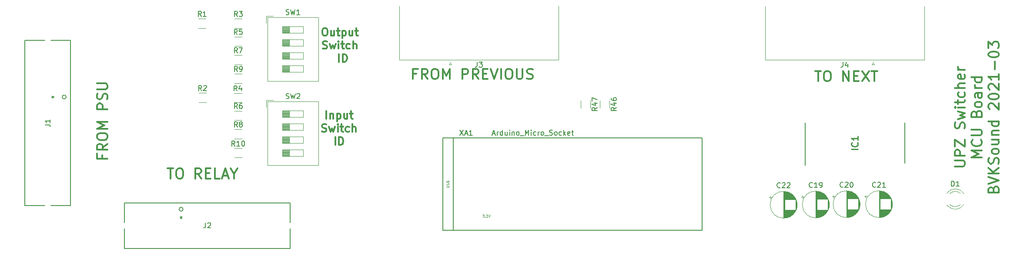
<source format=gbr>
%TF.GenerationSoftware,KiCad,Pcbnew,(5.1.9)-1*%
%TF.CreationDate,2021-03-26T17:14:49+01:00*%
%TF.ProjectId,Microcontroller,4d696372-6f63-46f6-9e74-726f6c6c6572,rev?*%
%TF.SameCoordinates,Original*%
%TF.FileFunction,Legend,Top*%
%TF.FilePolarity,Positive*%
%FSLAX46Y46*%
G04 Gerber Fmt 4.6, Leading zero omitted, Abs format (unit mm)*
G04 Created by KiCad (PCBNEW (5.1.9)-1) date 2021-03-26 17:14:49*
%MOMM*%
%LPD*%
G01*
G04 APERTURE LIST*
%ADD10C,0.300000*%
%ADD11C,0.200000*%
%ADD12C,0.120000*%
%ADD13C,0.152400*%
%ADD14C,0.150000*%
%ADD15C,0.254000*%
%ADD16C,0.075000*%
G04 APERTURE END LIST*
D10*
X216804761Y-136121428D02*
X218423809Y-136121428D01*
X218614285Y-136026190D01*
X218709523Y-135930952D01*
X218804761Y-135740476D01*
X218804761Y-135359523D01*
X218709523Y-135169047D01*
X218614285Y-135073809D01*
X218423809Y-134978571D01*
X216804761Y-134978571D01*
X218804761Y-134026190D02*
X216804761Y-134026190D01*
X216804761Y-133264285D01*
X216900000Y-133073809D01*
X216995238Y-132978571D01*
X217185714Y-132883333D01*
X217471428Y-132883333D01*
X217661904Y-132978571D01*
X217757142Y-133073809D01*
X217852380Y-133264285D01*
X217852380Y-134026190D01*
X216804761Y-132216666D02*
X216804761Y-130883333D01*
X218804761Y-132216666D01*
X218804761Y-130883333D01*
X218709523Y-128692857D02*
X218804761Y-128407142D01*
X218804761Y-127930952D01*
X218709523Y-127740476D01*
X218614285Y-127645238D01*
X218423809Y-127550000D01*
X218233333Y-127550000D01*
X218042857Y-127645238D01*
X217947619Y-127740476D01*
X217852380Y-127930952D01*
X217757142Y-128311904D01*
X217661904Y-128502380D01*
X217566666Y-128597619D01*
X217376190Y-128692857D01*
X217185714Y-128692857D01*
X216995238Y-128597619D01*
X216900000Y-128502380D01*
X216804761Y-128311904D01*
X216804761Y-127835714D01*
X216900000Y-127550000D01*
X217471428Y-126883333D02*
X218804761Y-126502380D01*
X217852380Y-126121428D01*
X218804761Y-125740476D01*
X217471428Y-125359523D01*
X218804761Y-124597619D02*
X217471428Y-124597619D01*
X216804761Y-124597619D02*
X216900000Y-124692857D01*
X216995238Y-124597619D01*
X216900000Y-124502380D01*
X216804761Y-124597619D01*
X216995238Y-124597619D01*
X217471428Y-123930952D02*
X217471428Y-123169047D01*
X216804761Y-123645238D02*
X218519047Y-123645238D01*
X218709523Y-123550000D01*
X218804761Y-123359523D01*
X218804761Y-123169047D01*
X218709523Y-121645238D02*
X218804761Y-121835714D01*
X218804761Y-122216666D01*
X218709523Y-122407142D01*
X218614285Y-122502380D01*
X218423809Y-122597619D01*
X217852380Y-122597619D01*
X217661904Y-122502380D01*
X217566666Y-122407142D01*
X217471428Y-122216666D01*
X217471428Y-121835714D01*
X217566666Y-121645238D01*
X218804761Y-120788095D02*
X216804761Y-120788095D01*
X218804761Y-119930952D02*
X217757142Y-119930952D01*
X217566666Y-120026190D01*
X217471428Y-120216666D01*
X217471428Y-120502380D01*
X217566666Y-120692857D01*
X217661904Y-120788095D01*
X218709523Y-118216666D02*
X218804761Y-118407142D01*
X218804761Y-118788095D01*
X218709523Y-118978571D01*
X218519047Y-119073809D01*
X217757142Y-119073809D01*
X217566666Y-118978571D01*
X217471428Y-118788095D01*
X217471428Y-118407142D01*
X217566666Y-118216666D01*
X217757142Y-118121428D01*
X217947619Y-118121428D01*
X218138095Y-119073809D01*
X218804761Y-117264285D02*
X217471428Y-117264285D01*
X217852380Y-117264285D02*
X217661904Y-117169047D01*
X217566666Y-117073809D01*
X217471428Y-116883333D01*
X217471428Y-116692857D01*
X222104761Y-134359523D02*
X220104761Y-134359523D01*
X221533333Y-133692857D01*
X220104761Y-133026190D01*
X222104761Y-133026190D01*
X221914285Y-130930952D02*
X222009523Y-131026190D01*
X222104761Y-131311904D01*
X222104761Y-131502380D01*
X222009523Y-131788095D01*
X221819047Y-131978571D01*
X221628571Y-132073809D01*
X221247619Y-132169047D01*
X220961904Y-132169047D01*
X220580952Y-132073809D01*
X220390476Y-131978571D01*
X220200000Y-131788095D01*
X220104761Y-131502380D01*
X220104761Y-131311904D01*
X220200000Y-131026190D01*
X220295238Y-130930952D01*
X220104761Y-130073809D02*
X221723809Y-130073809D01*
X221914285Y-129978571D01*
X222009523Y-129883333D01*
X222104761Y-129692857D01*
X222104761Y-129311904D01*
X222009523Y-129121428D01*
X221914285Y-129026190D01*
X221723809Y-128930952D01*
X220104761Y-128930952D01*
X221057142Y-125788095D02*
X221152380Y-125502380D01*
X221247619Y-125407142D01*
X221438095Y-125311904D01*
X221723809Y-125311904D01*
X221914285Y-125407142D01*
X222009523Y-125502380D01*
X222104761Y-125692857D01*
X222104761Y-126454761D01*
X220104761Y-126454761D01*
X220104761Y-125788095D01*
X220200000Y-125597619D01*
X220295238Y-125502380D01*
X220485714Y-125407142D01*
X220676190Y-125407142D01*
X220866666Y-125502380D01*
X220961904Y-125597619D01*
X221057142Y-125788095D01*
X221057142Y-126454761D01*
X222104761Y-124169047D02*
X222009523Y-124359523D01*
X221914285Y-124454761D01*
X221723809Y-124549999D01*
X221152380Y-124549999D01*
X220961904Y-124454761D01*
X220866666Y-124359523D01*
X220771428Y-124169047D01*
X220771428Y-123883333D01*
X220866666Y-123692857D01*
X220961904Y-123597619D01*
X221152380Y-123502380D01*
X221723809Y-123502380D01*
X221914285Y-123597619D01*
X222009523Y-123692857D01*
X222104761Y-123883333D01*
X222104761Y-124169047D01*
X222104761Y-121788095D02*
X221057142Y-121788095D01*
X220866666Y-121883333D01*
X220771428Y-122073809D01*
X220771428Y-122454761D01*
X220866666Y-122645238D01*
X222009523Y-121788095D02*
X222104761Y-121978571D01*
X222104761Y-122454761D01*
X222009523Y-122645238D01*
X221819047Y-122740476D01*
X221628571Y-122740476D01*
X221438095Y-122645238D01*
X221342857Y-122454761D01*
X221342857Y-121978571D01*
X221247619Y-121788095D01*
X222104761Y-120835714D02*
X220771428Y-120835714D01*
X221152380Y-120835714D02*
X220961904Y-120740476D01*
X220866666Y-120645238D01*
X220771428Y-120454761D01*
X220771428Y-120264285D01*
X222104761Y-118740476D02*
X220104761Y-118740476D01*
X222009523Y-118740476D02*
X222104761Y-118930952D01*
X222104761Y-119311904D01*
X222009523Y-119502380D01*
X221914285Y-119597619D01*
X221723809Y-119692857D01*
X221152380Y-119692857D01*
X220961904Y-119597619D01*
X220866666Y-119502380D01*
X220771428Y-119311904D01*
X220771428Y-118930952D01*
X220866666Y-118740476D01*
X224357142Y-140550000D02*
X224452380Y-140264285D01*
X224547619Y-140169047D01*
X224738095Y-140073809D01*
X225023809Y-140073809D01*
X225214285Y-140169047D01*
X225309523Y-140264285D01*
X225404761Y-140454761D01*
X225404761Y-141216666D01*
X223404761Y-141216666D01*
X223404761Y-140550000D01*
X223500000Y-140359523D01*
X223595238Y-140264285D01*
X223785714Y-140169047D01*
X223976190Y-140169047D01*
X224166666Y-140264285D01*
X224261904Y-140359523D01*
X224357142Y-140550000D01*
X224357142Y-141216666D01*
X223404761Y-139502380D02*
X225404761Y-138835714D01*
X223404761Y-138169047D01*
X225404761Y-137502380D02*
X223404761Y-137502380D01*
X225404761Y-136359523D02*
X224261904Y-137216666D01*
X223404761Y-136359523D02*
X224547619Y-137502380D01*
X225309523Y-135597619D02*
X225404761Y-135311904D01*
X225404761Y-134835714D01*
X225309523Y-134645238D01*
X225214285Y-134550000D01*
X225023809Y-134454761D01*
X224833333Y-134454761D01*
X224642857Y-134550000D01*
X224547619Y-134645238D01*
X224452380Y-134835714D01*
X224357142Y-135216666D01*
X224261904Y-135407142D01*
X224166666Y-135502380D01*
X223976190Y-135597619D01*
X223785714Y-135597619D01*
X223595238Y-135502380D01*
X223500000Y-135407142D01*
X223404761Y-135216666D01*
X223404761Y-134740476D01*
X223500000Y-134454761D01*
X225404761Y-133311904D02*
X225309523Y-133502380D01*
X225214285Y-133597619D01*
X225023809Y-133692857D01*
X224452380Y-133692857D01*
X224261904Y-133597619D01*
X224166666Y-133502380D01*
X224071428Y-133311904D01*
X224071428Y-133026190D01*
X224166666Y-132835714D01*
X224261904Y-132740476D01*
X224452380Y-132645238D01*
X225023809Y-132645238D01*
X225214285Y-132740476D01*
X225309523Y-132835714D01*
X225404761Y-133026190D01*
X225404761Y-133311904D01*
X224071428Y-130930952D02*
X225404761Y-130930952D01*
X224071428Y-131788095D02*
X225119047Y-131788095D01*
X225309523Y-131692857D01*
X225404761Y-131502380D01*
X225404761Y-131216666D01*
X225309523Y-131026190D01*
X225214285Y-130930952D01*
X224071428Y-129978571D02*
X225404761Y-129978571D01*
X224261904Y-129978571D02*
X224166666Y-129883333D01*
X224071428Y-129692857D01*
X224071428Y-129407142D01*
X224166666Y-129216666D01*
X224357142Y-129121428D01*
X225404761Y-129121428D01*
X225404761Y-127311904D02*
X223404761Y-127311904D01*
X225309523Y-127311904D02*
X225404761Y-127502380D01*
X225404761Y-127883333D01*
X225309523Y-128073809D01*
X225214285Y-128169047D01*
X225023809Y-128264285D01*
X224452380Y-128264285D01*
X224261904Y-128169047D01*
X224166666Y-128073809D01*
X224071428Y-127883333D01*
X224071428Y-127502380D01*
X224166666Y-127311904D01*
X223595238Y-124930952D02*
X223500000Y-124835714D01*
X223404761Y-124645238D01*
X223404761Y-124169047D01*
X223500000Y-123978571D01*
X223595238Y-123883333D01*
X223785714Y-123788095D01*
X223976190Y-123788095D01*
X224261904Y-123883333D01*
X225404761Y-125026190D01*
X225404761Y-123788095D01*
X223404761Y-122550000D02*
X223404761Y-122359523D01*
X223500000Y-122169047D01*
X223595238Y-122073809D01*
X223785714Y-121978571D01*
X224166666Y-121883333D01*
X224642857Y-121883333D01*
X225023809Y-121978571D01*
X225214285Y-122073809D01*
X225309523Y-122169047D01*
X225404761Y-122359523D01*
X225404761Y-122550000D01*
X225309523Y-122740476D01*
X225214285Y-122835714D01*
X225023809Y-122930952D01*
X224642857Y-123026190D01*
X224166666Y-123026190D01*
X223785714Y-122930952D01*
X223595238Y-122835714D01*
X223500000Y-122740476D01*
X223404761Y-122550000D01*
X223595238Y-121121428D02*
X223500000Y-121026190D01*
X223404761Y-120835714D01*
X223404761Y-120359523D01*
X223500000Y-120169047D01*
X223595238Y-120073809D01*
X223785714Y-119978571D01*
X223976190Y-119978571D01*
X224261904Y-120073809D01*
X225404761Y-121216666D01*
X225404761Y-119978571D01*
X225404761Y-118073809D02*
X225404761Y-119216666D01*
X225404761Y-118645238D02*
X223404761Y-118645238D01*
X223690476Y-118835714D01*
X223880952Y-119026190D01*
X223976190Y-119216666D01*
X224642857Y-117216666D02*
X224642857Y-115692857D01*
X223404761Y-114359523D02*
X223404761Y-114169047D01*
X223500000Y-113978571D01*
X223595238Y-113883333D01*
X223785714Y-113788095D01*
X224166666Y-113692857D01*
X224642857Y-113692857D01*
X225023809Y-113788095D01*
X225214285Y-113883333D01*
X225309523Y-113978571D01*
X225404761Y-114169047D01*
X225404761Y-114359523D01*
X225309523Y-114550000D01*
X225214285Y-114645238D01*
X225023809Y-114740476D01*
X224642857Y-114835714D01*
X224166666Y-114835714D01*
X223785714Y-114740476D01*
X223595238Y-114645238D01*
X223500000Y-114550000D01*
X223404761Y-114359523D01*
X223404761Y-113026190D02*
X223404761Y-111788095D01*
X224166666Y-112454761D01*
X224166666Y-112169047D01*
X224261904Y-111978571D01*
X224357142Y-111883333D01*
X224547619Y-111788095D01*
X225023809Y-111788095D01*
X225214285Y-111883333D01*
X225309523Y-111978571D01*
X225404761Y-112169047D01*
X225404761Y-112740476D01*
X225309523Y-112930952D01*
X225214285Y-113026190D01*
X94535714Y-126828571D02*
X94535714Y-125328571D01*
X95250000Y-125828571D02*
X95250000Y-126828571D01*
X95250000Y-125971428D02*
X95321428Y-125900000D01*
X95464285Y-125828571D01*
X95678571Y-125828571D01*
X95821428Y-125900000D01*
X95892857Y-126042857D01*
X95892857Y-126828571D01*
X96607142Y-125828571D02*
X96607142Y-127328571D01*
X96607142Y-125900000D02*
X96750000Y-125828571D01*
X97035714Y-125828571D01*
X97178571Y-125900000D01*
X97250000Y-125971428D01*
X97321428Y-126114285D01*
X97321428Y-126542857D01*
X97250000Y-126685714D01*
X97178571Y-126757142D01*
X97035714Y-126828571D01*
X96750000Y-126828571D01*
X96607142Y-126757142D01*
X98607142Y-125828571D02*
X98607142Y-126828571D01*
X97964285Y-125828571D02*
X97964285Y-126614285D01*
X98035714Y-126757142D01*
X98178571Y-126828571D01*
X98392857Y-126828571D01*
X98535714Y-126757142D01*
X98607142Y-126685714D01*
X99107142Y-125828571D02*
X99678571Y-125828571D01*
X99321428Y-125328571D02*
X99321428Y-126614285D01*
X99392857Y-126757142D01*
X99535714Y-126828571D01*
X99678571Y-126828571D01*
X93678571Y-129307142D02*
X93892857Y-129378571D01*
X94250000Y-129378571D01*
X94392857Y-129307142D01*
X94464285Y-129235714D01*
X94535714Y-129092857D01*
X94535714Y-128950000D01*
X94464285Y-128807142D01*
X94392857Y-128735714D01*
X94250000Y-128664285D01*
X93964285Y-128592857D01*
X93821428Y-128521428D01*
X93750000Y-128450000D01*
X93678571Y-128307142D01*
X93678571Y-128164285D01*
X93750000Y-128021428D01*
X93821428Y-127950000D01*
X93964285Y-127878571D01*
X94321428Y-127878571D01*
X94535714Y-127950000D01*
X95035714Y-128378571D02*
X95321428Y-129378571D01*
X95607142Y-128664285D01*
X95892857Y-129378571D01*
X96178571Y-128378571D01*
X96750000Y-129378571D02*
X96750000Y-128378571D01*
X96750000Y-127878571D02*
X96678571Y-127950000D01*
X96750000Y-128021428D01*
X96821428Y-127950000D01*
X96750000Y-127878571D01*
X96750000Y-128021428D01*
X97250000Y-128378571D02*
X97821428Y-128378571D01*
X97464285Y-127878571D02*
X97464285Y-129164285D01*
X97535714Y-129307142D01*
X97678571Y-129378571D01*
X97821428Y-129378571D01*
X98964285Y-129307142D02*
X98821428Y-129378571D01*
X98535714Y-129378571D01*
X98392857Y-129307142D01*
X98321428Y-129235714D01*
X98250000Y-129092857D01*
X98250000Y-128664285D01*
X98321428Y-128521428D01*
X98392857Y-128450000D01*
X98535714Y-128378571D01*
X98821428Y-128378571D01*
X98964285Y-128450000D01*
X99607142Y-129378571D02*
X99607142Y-127878571D01*
X100250000Y-129378571D02*
X100250000Y-128592857D01*
X100178571Y-128450000D01*
X100035714Y-128378571D01*
X99821428Y-128378571D01*
X99678571Y-128450000D01*
X99607142Y-128521428D01*
X96250000Y-131928571D02*
X96250000Y-130428571D01*
X96964285Y-131928571D02*
X96964285Y-130428571D01*
X97321428Y-130428571D01*
X97535714Y-130500000D01*
X97678571Y-130642857D01*
X97750000Y-130785714D01*
X97821428Y-131071428D01*
X97821428Y-131285714D01*
X97750000Y-131571428D01*
X97678571Y-131714285D01*
X97535714Y-131857142D01*
X97321428Y-131928571D01*
X96964285Y-131928571D01*
X94112857Y-109108571D02*
X94398571Y-109108571D01*
X94541428Y-109180000D01*
X94684285Y-109322857D01*
X94755714Y-109608571D01*
X94755714Y-110108571D01*
X94684285Y-110394285D01*
X94541428Y-110537142D01*
X94398571Y-110608571D01*
X94112857Y-110608571D01*
X93970000Y-110537142D01*
X93827142Y-110394285D01*
X93755714Y-110108571D01*
X93755714Y-109608571D01*
X93827142Y-109322857D01*
X93970000Y-109180000D01*
X94112857Y-109108571D01*
X96041428Y-109608571D02*
X96041428Y-110608571D01*
X95398571Y-109608571D02*
X95398571Y-110394285D01*
X95470000Y-110537142D01*
X95612857Y-110608571D01*
X95827142Y-110608571D01*
X95970000Y-110537142D01*
X96041428Y-110465714D01*
X96541428Y-109608571D02*
X97112857Y-109608571D01*
X96755714Y-109108571D02*
X96755714Y-110394285D01*
X96827142Y-110537142D01*
X96970000Y-110608571D01*
X97112857Y-110608571D01*
X97612857Y-109608571D02*
X97612857Y-111108571D01*
X97612857Y-109680000D02*
X97755714Y-109608571D01*
X98041428Y-109608571D01*
X98184285Y-109680000D01*
X98255714Y-109751428D01*
X98327142Y-109894285D01*
X98327142Y-110322857D01*
X98255714Y-110465714D01*
X98184285Y-110537142D01*
X98041428Y-110608571D01*
X97755714Y-110608571D01*
X97612857Y-110537142D01*
X99612857Y-109608571D02*
X99612857Y-110608571D01*
X98970000Y-109608571D02*
X98970000Y-110394285D01*
X99041428Y-110537142D01*
X99184285Y-110608571D01*
X99398571Y-110608571D01*
X99541428Y-110537142D01*
X99612857Y-110465714D01*
X100112857Y-109608571D02*
X100684285Y-109608571D01*
X100327142Y-109108571D02*
X100327142Y-110394285D01*
X100398571Y-110537142D01*
X100541428Y-110608571D01*
X100684285Y-110608571D01*
X93827142Y-113087142D02*
X94041428Y-113158571D01*
X94398571Y-113158571D01*
X94541428Y-113087142D01*
X94612857Y-113015714D01*
X94684285Y-112872857D01*
X94684285Y-112730000D01*
X94612857Y-112587142D01*
X94541428Y-112515714D01*
X94398571Y-112444285D01*
X94112857Y-112372857D01*
X93970000Y-112301428D01*
X93898571Y-112230000D01*
X93827142Y-112087142D01*
X93827142Y-111944285D01*
X93898571Y-111801428D01*
X93970000Y-111730000D01*
X94112857Y-111658571D01*
X94470000Y-111658571D01*
X94684285Y-111730000D01*
X95184285Y-112158571D02*
X95470000Y-113158571D01*
X95755714Y-112444285D01*
X96041428Y-113158571D01*
X96327142Y-112158571D01*
X96898571Y-113158571D02*
X96898571Y-112158571D01*
X96898571Y-111658571D02*
X96827142Y-111730000D01*
X96898571Y-111801428D01*
X96970000Y-111730000D01*
X96898571Y-111658571D01*
X96898571Y-111801428D01*
X97398571Y-112158571D02*
X97970000Y-112158571D01*
X97612857Y-111658571D02*
X97612857Y-112944285D01*
X97684285Y-113087142D01*
X97827142Y-113158571D01*
X97970000Y-113158571D01*
X99112857Y-113087142D02*
X98970000Y-113158571D01*
X98684285Y-113158571D01*
X98541428Y-113087142D01*
X98470000Y-113015714D01*
X98398571Y-112872857D01*
X98398571Y-112444285D01*
X98470000Y-112301428D01*
X98541428Y-112230000D01*
X98684285Y-112158571D01*
X98970000Y-112158571D01*
X99112857Y-112230000D01*
X99755714Y-113158571D02*
X99755714Y-111658571D01*
X100398571Y-113158571D02*
X100398571Y-112372857D01*
X100327142Y-112230000D01*
X100184285Y-112158571D01*
X99970000Y-112158571D01*
X99827142Y-112230000D01*
X99755714Y-112301428D01*
X96970000Y-115708571D02*
X96970000Y-114208571D01*
X97684285Y-115708571D02*
X97684285Y-114208571D01*
X98041428Y-114208571D01*
X98255714Y-114280000D01*
X98398571Y-114422857D01*
X98470000Y-114565714D01*
X98541428Y-114851428D01*
X98541428Y-115065714D01*
X98470000Y-115351428D01*
X98398571Y-115494285D01*
X98255714Y-115637142D01*
X98041428Y-115708571D01*
X97684285Y-115708571D01*
D11*
%TO.C,IC1*%
X187695000Y-135930000D02*
X187695000Y-127605000D01*
X207125000Y-135475000D02*
X207125000Y-127605000D01*
D12*
%TO.C,D1*%
X215356000Y-141258000D02*
X215356000Y-141414000D01*
X215356000Y-143574000D02*
X215356000Y-143730000D01*
X217957130Y-143573837D02*
G75*
G02*
X215875039Y-143574000I-1041130J1079837D01*
G01*
X217957130Y-141414163D02*
G75*
G03*
X215875039Y-141414000I-1041130J-1079837D01*
G01*
X218588335Y-143572608D02*
G75*
G02*
X215356000Y-143729516I-1672335J1078608D01*
G01*
X218588335Y-141415392D02*
G75*
G03*
X215356000Y-141258484I-1672335J-1078608D01*
G01*
D13*
%TO.C,J2*%
X55201000Y-152155800D02*
X87459000Y-152155800D01*
X87459000Y-152155800D02*
X87459000Y-148259225D01*
X87459000Y-143291200D02*
X55201000Y-143291200D01*
X55201000Y-143291200D02*
X55201000Y-147060775D01*
X55201000Y-148259225D02*
X55201000Y-152155800D01*
X87459000Y-147060775D02*
X87459000Y-143291200D01*
X66631000Y-144485000D02*
G75*
G03*
X66631000Y-144485000I-381000J0D01*
G01*
%TO.C,J1*%
X35824200Y-111521000D02*
X35824200Y-143779000D01*
X35824200Y-143779000D02*
X39720775Y-143779000D01*
X44688800Y-143779000D02*
X44688800Y-111521000D01*
X44688800Y-111521000D02*
X40919225Y-111521000D01*
X39720775Y-111521000D02*
X35824200Y-111521000D01*
X40919225Y-143779000D02*
X44688800Y-143779000D01*
X43876000Y-122570000D02*
G75*
G03*
X43876000Y-122570000I-381000J0D01*
G01*
D12*
%TO.C,C22*%
X186140000Y-143600000D02*
G75*
G03*
X186140000Y-143600000I-2620000J0D01*
G01*
X183520000Y-141020000D02*
X183520000Y-146180000D01*
X183560000Y-141020000D02*
X183560000Y-146180000D01*
X183600000Y-141021000D02*
X183600000Y-146179000D01*
X183640000Y-141022000D02*
X183640000Y-146178000D01*
X183680000Y-141024000D02*
X183680000Y-146176000D01*
X183720000Y-141027000D02*
X183720000Y-146173000D01*
X183760000Y-141031000D02*
X183760000Y-142560000D01*
X183760000Y-144640000D02*
X183760000Y-146169000D01*
X183800000Y-141035000D02*
X183800000Y-142560000D01*
X183800000Y-144640000D02*
X183800000Y-146165000D01*
X183840000Y-141039000D02*
X183840000Y-142560000D01*
X183840000Y-144640000D02*
X183840000Y-146161000D01*
X183880000Y-141044000D02*
X183880000Y-142560000D01*
X183880000Y-144640000D02*
X183880000Y-146156000D01*
X183920000Y-141050000D02*
X183920000Y-142560000D01*
X183920000Y-144640000D02*
X183920000Y-146150000D01*
X183960000Y-141057000D02*
X183960000Y-142560000D01*
X183960000Y-144640000D02*
X183960000Y-146143000D01*
X184000000Y-141064000D02*
X184000000Y-142560000D01*
X184000000Y-144640000D02*
X184000000Y-146136000D01*
X184040000Y-141072000D02*
X184040000Y-142560000D01*
X184040000Y-144640000D02*
X184040000Y-146128000D01*
X184080000Y-141080000D02*
X184080000Y-142560000D01*
X184080000Y-144640000D02*
X184080000Y-146120000D01*
X184120000Y-141089000D02*
X184120000Y-142560000D01*
X184120000Y-144640000D02*
X184120000Y-146111000D01*
X184160000Y-141099000D02*
X184160000Y-142560000D01*
X184160000Y-144640000D02*
X184160000Y-146101000D01*
X184200000Y-141109000D02*
X184200000Y-142560000D01*
X184200000Y-144640000D02*
X184200000Y-146091000D01*
X184241000Y-141120000D02*
X184241000Y-142560000D01*
X184241000Y-144640000D02*
X184241000Y-146080000D01*
X184281000Y-141132000D02*
X184281000Y-142560000D01*
X184281000Y-144640000D02*
X184281000Y-146068000D01*
X184321000Y-141145000D02*
X184321000Y-142560000D01*
X184321000Y-144640000D02*
X184321000Y-146055000D01*
X184361000Y-141158000D02*
X184361000Y-142560000D01*
X184361000Y-144640000D02*
X184361000Y-146042000D01*
X184401000Y-141172000D02*
X184401000Y-142560000D01*
X184401000Y-144640000D02*
X184401000Y-146028000D01*
X184441000Y-141186000D02*
X184441000Y-142560000D01*
X184441000Y-144640000D02*
X184441000Y-146014000D01*
X184481000Y-141202000D02*
X184481000Y-142560000D01*
X184481000Y-144640000D02*
X184481000Y-145998000D01*
X184521000Y-141218000D02*
X184521000Y-142560000D01*
X184521000Y-144640000D02*
X184521000Y-145982000D01*
X184561000Y-141235000D02*
X184561000Y-142560000D01*
X184561000Y-144640000D02*
X184561000Y-145965000D01*
X184601000Y-141252000D02*
X184601000Y-142560000D01*
X184601000Y-144640000D02*
X184601000Y-145948000D01*
X184641000Y-141271000D02*
X184641000Y-142560000D01*
X184641000Y-144640000D02*
X184641000Y-145929000D01*
X184681000Y-141290000D02*
X184681000Y-142560000D01*
X184681000Y-144640000D02*
X184681000Y-145910000D01*
X184721000Y-141310000D02*
X184721000Y-142560000D01*
X184721000Y-144640000D02*
X184721000Y-145890000D01*
X184761000Y-141332000D02*
X184761000Y-142560000D01*
X184761000Y-144640000D02*
X184761000Y-145868000D01*
X184801000Y-141353000D02*
X184801000Y-142560000D01*
X184801000Y-144640000D02*
X184801000Y-145847000D01*
X184841000Y-141376000D02*
X184841000Y-142560000D01*
X184841000Y-144640000D02*
X184841000Y-145824000D01*
X184881000Y-141400000D02*
X184881000Y-142560000D01*
X184881000Y-144640000D02*
X184881000Y-145800000D01*
X184921000Y-141425000D02*
X184921000Y-142560000D01*
X184921000Y-144640000D02*
X184921000Y-145775000D01*
X184961000Y-141451000D02*
X184961000Y-142560000D01*
X184961000Y-144640000D02*
X184961000Y-145749000D01*
X185001000Y-141478000D02*
X185001000Y-142560000D01*
X185001000Y-144640000D02*
X185001000Y-145722000D01*
X185041000Y-141505000D02*
X185041000Y-142560000D01*
X185041000Y-144640000D02*
X185041000Y-145695000D01*
X185081000Y-141535000D02*
X185081000Y-142560000D01*
X185081000Y-144640000D02*
X185081000Y-145665000D01*
X185121000Y-141565000D02*
X185121000Y-142560000D01*
X185121000Y-144640000D02*
X185121000Y-145635000D01*
X185161000Y-141596000D02*
X185161000Y-142560000D01*
X185161000Y-144640000D02*
X185161000Y-145604000D01*
X185201000Y-141629000D02*
X185201000Y-142560000D01*
X185201000Y-144640000D02*
X185201000Y-145571000D01*
X185241000Y-141663000D02*
X185241000Y-142560000D01*
X185241000Y-144640000D02*
X185241000Y-145537000D01*
X185281000Y-141699000D02*
X185281000Y-142560000D01*
X185281000Y-144640000D02*
X185281000Y-145501000D01*
X185321000Y-141736000D02*
X185321000Y-142560000D01*
X185321000Y-144640000D02*
X185321000Y-145464000D01*
X185361000Y-141774000D02*
X185361000Y-142560000D01*
X185361000Y-144640000D02*
X185361000Y-145426000D01*
X185401000Y-141815000D02*
X185401000Y-142560000D01*
X185401000Y-144640000D02*
X185401000Y-145385000D01*
X185441000Y-141857000D02*
X185441000Y-142560000D01*
X185441000Y-144640000D02*
X185441000Y-145343000D01*
X185481000Y-141901000D02*
X185481000Y-142560000D01*
X185481000Y-144640000D02*
X185481000Y-145299000D01*
X185521000Y-141947000D02*
X185521000Y-142560000D01*
X185521000Y-144640000D02*
X185521000Y-145253000D01*
X185561000Y-141995000D02*
X185561000Y-142560000D01*
X185561000Y-144640000D02*
X185561000Y-145205000D01*
X185601000Y-142046000D02*
X185601000Y-142560000D01*
X185601000Y-144640000D02*
X185601000Y-145154000D01*
X185641000Y-142100000D02*
X185641000Y-142560000D01*
X185641000Y-144640000D02*
X185641000Y-145100000D01*
X185681000Y-142157000D02*
X185681000Y-142560000D01*
X185681000Y-144640000D02*
X185681000Y-145043000D01*
X185721000Y-142217000D02*
X185721000Y-142560000D01*
X185721000Y-144640000D02*
X185721000Y-144983000D01*
X185761000Y-142281000D02*
X185761000Y-142560000D01*
X185761000Y-144640000D02*
X185761000Y-144919000D01*
X185801000Y-142349000D02*
X185801000Y-142560000D01*
X185801000Y-144640000D02*
X185801000Y-144851000D01*
X185841000Y-142422000D02*
X185841000Y-144778000D01*
X185881000Y-142502000D02*
X185881000Y-144698000D01*
X185921000Y-142589000D02*
X185921000Y-144611000D01*
X185961000Y-142685000D02*
X185961000Y-144515000D01*
X186001000Y-142795000D02*
X186001000Y-144405000D01*
X186041000Y-142923000D02*
X186041000Y-144277000D01*
X186081000Y-143082000D02*
X186081000Y-144118000D01*
X186121000Y-143316000D02*
X186121000Y-143884000D01*
X180715225Y-142125000D02*
X181215225Y-142125000D01*
X180965225Y-141875000D02*
X180965225Y-142375000D01*
%TO.C,C21*%
X204700000Y-143490000D02*
G75*
G03*
X204700000Y-143490000I-2620000J0D01*
G01*
X202080000Y-140910000D02*
X202080000Y-146070000D01*
X202120000Y-140910000D02*
X202120000Y-146070000D01*
X202160000Y-140911000D02*
X202160000Y-146069000D01*
X202200000Y-140912000D02*
X202200000Y-146068000D01*
X202240000Y-140914000D02*
X202240000Y-146066000D01*
X202280000Y-140917000D02*
X202280000Y-146063000D01*
X202320000Y-140921000D02*
X202320000Y-142450000D01*
X202320000Y-144530000D02*
X202320000Y-146059000D01*
X202360000Y-140925000D02*
X202360000Y-142450000D01*
X202360000Y-144530000D02*
X202360000Y-146055000D01*
X202400000Y-140929000D02*
X202400000Y-142450000D01*
X202400000Y-144530000D02*
X202400000Y-146051000D01*
X202440000Y-140934000D02*
X202440000Y-142450000D01*
X202440000Y-144530000D02*
X202440000Y-146046000D01*
X202480000Y-140940000D02*
X202480000Y-142450000D01*
X202480000Y-144530000D02*
X202480000Y-146040000D01*
X202520000Y-140947000D02*
X202520000Y-142450000D01*
X202520000Y-144530000D02*
X202520000Y-146033000D01*
X202560000Y-140954000D02*
X202560000Y-142450000D01*
X202560000Y-144530000D02*
X202560000Y-146026000D01*
X202600000Y-140962000D02*
X202600000Y-142450000D01*
X202600000Y-144530000D02*
X202600000Y-146018000D01*
X202640000Y-140970000D02*
X202640000Y-142450000D01*
X202640000Y-144530000D02*
X202640000Y-146010000D01*
X202680000Y-140979000D02*
X202680000Y-142450000D01*
X202680000Y-144530000D02*
X202680000Y-146001000D01*
X202720000Y-140989000D02*
X202720000Y-142450000D01*
X202720000Y-144530000D02*
X202720000Y-145991000D01*
X202760000Y-140999000D02*
X202760000Y-142450000D01*
X202760000Y-144530000D02*
X202760000Y-145981000D01*
X202801000Y-141010000D02*
X202801000Y-142450000D01*
X202801000Y-144530000D02*
X202801000Y-145970000D01*
X202841000Y-141022000D02*
X202841000Y-142450000D01*
X202841000Y-144530000D02*
X202841000Y-145958000D01*
X202881000Y-141035000D02*
X202881000Y-142450000D01*
X202881000Y-144530000D02*
X202881000Y-145945000D01*
X202921000Y-141048000D02*
X202921000Y-142450000D01*
X202921000Y-144530000D02*
X202921000Y-145932000D01*
X202961000Y-141062000D02*
X202961000Y-142450000D01*
X202961000Y-144530000D02*
X202961000Y-145918000D01*
X203001000Y-141076000D02*
X203001000Y-142450000D01*
X203001000Y-144530000D02*
X203001000Y-145904000D01*
X203041000Y-141092000D02*
X203041000Y-142450000D01*
X203041000Y-144530000D02*
X203041000Y-145888000D01*
X203081000Y-141108000D02*
X203081000Y-142450000D01*
X203081000Y-144530000D02*
X203081000Y-145872000D01*
X203121000Y-141125000D02*
X203121000Y-142450000D01*
X203121000Y-144530000D02*
X203121000Y-145855000D01*
X203161000Y-141142000D02*
X203161000Y-142450000D01*
X203161000Y-144530000D02*
X203161000Y-145838000D01*
X203201000Y-141161000D02*
X203201000Y-142450000D01*
X203201000Y-144530000D02*
X203201000Y-145819000D01*
X203241000Y-141180000D02*
X203241000Y-142450000D01*
X203241000Y-144530000D02*
X203241000Y-145800000D01*
X203281000Y-141200000D02*
X203281000Y-142450000D01*
X203281000Y-144530000D02*
X203281000Y-145780000D01*
X203321000Y-141222000D02*
X203321000Y-142450000D01*
X203321000Y-144530000D02*
X203321000Y-145758000D01*
X203361000Y-141243000D02*
X203361000Y-142450000D01*
X203361000Y-144530000D02*
X203361000Y-145737000D01*
X203401000Y-141266000D02*
X203401000Y-142450000D01*
X203401000Y-144530000D02*
X203401000Y-145714000D01*
X203441000Y-141290000D02*
X203441000Y-142450000D01*
X203441000Y-144530000D02*
X203441000Y-145690000D01*
X203481000Y-141315000D02*
X203481000Y-142450000D01*
X203481000Y-144530000D02*
X203481000Y-145665000D01*
X203521000Y-141341000D02*
X203521000Y-142450000D01*
X203521000Y-144530000D02*
X203521000Y-145639000D01*
X203561000Y-141368000D02*
X203561000Y-142450000D01*
X203561000Y-144530000D02*
X203561000Y-145612000D01*
X203601000Y-141395000D02*
X203601000Y-142450000D01*
X203601000Y-144530000D02*
X203601000Y-145585000D01*
X203641000Y-141425000D02*
X203641000Y-142450000D01*
X203641000Y-144530000D02*
X203641000Y-145555000D01*
X203681000Y-141455000D02*
X203681000Y-142450000D01*
X203681000Y-144530000D02*
X203681000Y-145525000D01*
X203721000Y-141486000D02*
X203721000Y-142450000D01*
X203721000Y-144530000D02*
X203721000Y-145494000D01*
X203761000Y-141519000D02*
X203761000Y-142450000D01*
X203761000Y-144530000D02*
X203761000Y-145461000D01*
X203801000Y-141553000D02*
X203801000Y-142450000D01*
X203801000Y-144530000D02*
X203801000Y-145427000D01*
X203841000Y-141589000D02*
X203841000Y-142450000D01*
X203841000Y-144530000D02*
X203841000Y-145391000D01*
X203881000Y-141626000D02*
X203881000Y-142450000D01*
X203881000Y-144530000D02*
X203881000Y-145354000D01*
X203921000Y-141664000D02*
X203921000Y-142450000D01*
X203921000Y-144530000D02*
X203921000Y-145316000D01*
X203961000Y-141705000D02*
X203961000Y-142450000D01*
X203961000Y-144530000D02*
X203961000Y-145275000D01*
X204001000Y-141747000D02*
X204001000Y-142450000D01*
X204001000Y-144530000D02*
X204001000Y-145233000D01*
X204041000Y-141791000D02*
X204041000Y-142450000D01*
X204041000Y-144530000D02*
X204041000Y-145189000D01*
X204081000Y-141837000D02*
X204081000Y-142450000D01*
X204081000Y-144530000D02*
X204081000Y-145143000D01*
X204121000Y-141885000D02*
X204121000Y-142450000D01*
X204121000Y-144530000D02*
X204121000Y-145095000D01*
X204161000Y-141936000D02*
X204161000Y-142450000D01*
X204161000Y-144530000D02*
X204161000Y-145044000D01*
X204201000Y-141990000D02*
X204201000Y-142450000D01*
X204201000Y-144530000D02*
X204201000Y-144990000D01*
X204241000Y-142047000D02*
X204241000Y-142450000D01*
X204241000Y-144530000D02*
X204241000Y-144933000D01*
X204281000Y-142107000D02*
X204281000Y-142450000D01*
X204281000Y-144530000D02*
X204281000Y-144873000D01*
X204321000Y-142171000D02*
X204321000Y-142450000D01*
X204321000Y-144530000D02*
X204321000Y-144809000D01*
X204361000Y-142239000D02*
X204361000Y-142450000D01*
X204361000Y-144530000D02*
X204361000Y-144741000D01*
X204401000Y-142312000D02*
X204401000Y-144668000D01*
X204441000Y-142392000D02*
X204441000Y-144588000D01*
X204481000Y-142479000D02*
X204481000Y-144501000D01*
X204521000Y-142575000D02*
X204521000Y-144405000D01*
X204561000Y-142685000D02*
X204561000Y-144295000D01*
X204601000Y-142813000D02*
X204601000Y-144167000D01*
X204641000Y-142972000D02*
X204641000Y-144008000D01*
X204681000Y-143206000D02*
X204681000Y-143774000D01*
X199275225Y-142015000D02*
X199775225Y-142015000D01*
X199525225Y-141765000D02*
X199525225Y-142265000D01*
%TO.C,C20*%
X198380000Y-143490000D02*
G75*
G03*
X198380000Y-143490000I-2620000J0D01*
G01*
X195760000Y-140910000D02*
X195760000Y-146070000D01*
X195800000Y-140910000D02*
X195800000Y-146070000D01*
X195840000Y-140911000D02*
X195840000Y-146069000D01*
X195880000Y-140912000D02*
X195880000Y-146068000D01*
X195920000Y-140914000D02*
X195920000Y-146066000D01*
X195960000Y-140917000D02*
X195960000Y-146063000D01*
X196000000Y-140921000D02*
X196000000Y-142450000D01*
X196000000Y-144530000D02*
X196000000Y-146059000D01*
X196040000Y-140925000D02*
X196040000Y-142450000D01*
X196040000Y-144530000D02*
X196040000Y-146055000D01*
X196080000Y-140929000D02*
X196080000Y-142450000D01*
X196080000Y-144530000D02*
X196080000Y-146051000D01*
X196120000Y-140934000D02*
X196120000Y-142450000D01*
X196120000Y-144530000D02*
X196120000Y-146046000D01*
X196160000Y-140940000D02*
X196160000Y-142450000D01*
X196160000Y-144530000D02*
X196160000Y-146040000D01*
X196200000Y-140947000D02*
X196200000Y-142450000D01*
X196200000Y-144530000D02*
X196200000Y-146033000D01*
X196240000Y-140954000D02*
X196240000Y-142450000D01*
X196240000Y-144530000D02*
X196240000Y-146026000D01*
X196280000Y-140962000D02*
X196280000Y-142450000D01*
X196280000Y-144530000D02*
X196280000Y-146018000D01*
X196320000Y-140970000D02*
X196320000Y-142450000D01*
X196320000Y-144530000D02*
X196320000Y-146010000D01*
X196360000Y-140979000D02*
X196360000Y-142450000D01*
X196360000Y-144530000D02*
X196360000Y-146001000D01*
X196400000Y-140989000D02*
X196400000Y-142450000D01*
X196400000Y-144530000D02*
X196400000Y-145991000D01*
X196440000Y-140999000D02*
X196440000Y-142450000D01*
X196440000Y-144530000D02*
X196440000Y-145981000D01*
X196481000Y-141010000D02*
X196481000Y-142450000D01*
X196481000Y-144530000D02*
X196481000Y-145970000D01*
X196521000Y-141022000D02*
X196521000Y-142450000D01*
X196521000Y-144530000D02*
X196521000Y-145958000D01*
X196561000Y-141035000D02*
X196561000Y-142450000D01*
X196561000Y-144530000D02*
X196561000Y-145945000D01*
X196601000Y-141048000D02*
X196601000Y-142450000D01*
X196601000Y-144530000D02*
X196601000Y-145932000D01*
X196641000Y-141062000D02*
X196641000Y-142450000D01*
X196641000Y-144530000D02*
X196641000Y-145918000D01*
X196681000Y-141076000D02*
X196681000Y-142450000D01*
X196681000Y-144530000D02*
X196681000Y-145904000D01*
X196721000Y-141092000D02*
X196721000Y-142450000D01*
X196721000Y-144530000D02*
X196721000Y-145888000D01*
X196761000Y-141108000D02*
X196761000Y-142450000D01*
X196761000Y-144530000D02*
X196761000Y-145872000D01*
X196801000Y-141125000D02*
X196801000Y-142450000D01*
X196801000Y-144530000D02*
X196801000Y-145855000D01*
X196841000Y-141142000D02*
X196841000Y-142450000D01*
X196841000Y-144530000D02*
X196841000Y-145838000D01*
X196881000Y-141161000D02*
X196881000Y-142450000D01*
X196881000Y-144530000D02*
X196881000Y-145819000D01*
X196921000Y-141180000D02*
X196921000Y-142450000D01*
X196921000Y-144530000D02*
X196921000Y-145800000D01*
X196961000Y-141200000D02*
X196961000Y-142450000D01*
X196961000Y-144530000D02*
X196961000Y-145780000D01*
X197001000Y-141222000D02*
X197001000Y-142450000D01*
X197001000Y-144530000D02*
X197001000Y-145758000D01*
X197041000Y-141243000D02*
X197041000Y-142450000D01*
X197041000Y-144530000D02*
X197041000Y-145737000D01*
X197081000Y-141266000D02*
X197081000Y-142450000D01*
X197081000Y-144530000D02*
X197081000Y-145714000D01*
X197121000Y-141290000D02*
X197121000Y-142450000D01*
X197121000Y-144530000D02*
X197121000Y-145690000D01*
X197161000Y-141315000D02*
X197161000Y-142450000D01*
X197161000Y-144530000D02*
X197161000Y-145665000D01*
X197201000Y-141341000D02*
X197201000Y-142450000D01*
X197201000Y-144530000D02*
X197201000Y-145639000D01*
X197241000Y-141368000D02*
X197241000Y-142450000D01*
X197241000Y-144530000D02*
X197241000Y-145612000D01*
X197281000Y-141395000D02*
X197281000Y-142450000D01*
X197281000Y-144530000D02*
X197281000Y-145585000D01*
X197321000Y-141425000D02*
X197321000Y-142450000D01*
X197321000Y-144530000D02*
X197321000Y-145555000D01*
X197361000Y-141455000D02*
X197361000Y-142450000D01*
X197361000Y-144530000D02*
X197361000Y-145525000D01*
X197401000Y-141486000D02*
X197401000Y-142450000D01*
X197401000Y-144530000D02*
X197401000Y-145494000D01*
X197441000Y-141519000D02*
X197441000Y-142450000D01*
X197441000Y-144530000D02*
X197441000Y-145461000D01*
X197481000Y-141553000D02*
X197481000Y-142450000D01*
X197481000Y-144530000D02*
X197481000Y-145427000D01*
X197521000Y-141589000D02*
X197521000Y-142450000D01*
X197521000Y-144530000D02*
X197521000Y-145391000D01*
X197561000Y-141626000D02*
X197561000Y-142450000D01*
X197561000Y-144530000D02*
X197561000Y-145354000D01*
X197601000Y-141664000D02*
X197601000Y-142450000D01*
X197601000Y-144530000D02*
X197601000Y-145316000D01*
X197641000Y-141705000D02*
X197641000Y-142450000D01*
X197641000Y-144530000D02*
X197641000Y-145275000D01*
X197681000Y-141747000D02*
X197681000Y-142450000D01*
X197681000Y-144530000D02*
X197681000Y-145233000D01*
X197721000Y-141791000D02*
X197721000Y-142450000D01*
X197721000Y-144530000D02*
X197721000Y-145189000D01*
X197761000Y-141837000D02*
X197761000Y-142450000D01*
X197761000Y-144530000D02*
X197761000Y-145143000D01*
X197801000Y-141885000D02*
X197801000Y-142450000D01*
X197801000Y-144530000D02*
X197801000Y-145095000D01*
X197841000Y-141936000D02*
X197841000Y-142450000D01*
X197841000Y-144530000D02*
X197841000Y-145044000D01*
X197881000Y-141990000D02*
X197881000Y-142450000D01*
X197881000Y-144530000D02*
X197881000Y-144990000D01*
X197921000Y-142047000D02*
X197921000Y-142450000D01*
X197921000Y-144530000D02*
X197921000Y-144933000D01*
X197961000Y-142107000D02*
X197961000Y-142450000D01*
X197961000Y-144530000D02*
X197961000Y-144873000D01*
X198001000Y-142171000D02*
X198001000Y-142450000D01*
X198001000Y-144530000D02*
X198001000Y-144809000D01*
X198041000Y-142239000D02*
X198041000Y-142450000D01*
X198041000Y-144530000D02*
X198041000Y-144741000D01*
X198081000Y-142312000D02*
X198081000Y-144668000D01*
X198121000Y-142392000D02*
X198121000Y-144588000D01*
X198161000Y-142479000D02*
X198161000Y-144501000D01*
X198201000Y-142575000D02*
X198201000Y-144405000D01*
X198241000Y-142685000D02*
X198241000Y-144295000D01*
X198281000Y-142813000D02*
X198281000Y-144167000D01*
X198321000Y-142972000D02*
X198321000Y-144008000D01*
X198361000Y-143206000D02*
X198361000Y-143774000D01*
X192955225Y-142015000D02*
X193455225Y-142015000D01*
X193205225Y-141765000D02*
X193205225Y-142265000D01*
%TO.C,C19*%
X192400000Y-143550000D02*
G75*
G03*
X192400000Y-143550000I-2620000J0D01*
G01*
X189780000Y-140970000D02*
X189780000Y-146130000D01*
X189820000Y-140970000D02*
X189820000Y-146130000D01*
X189860000Y-140971000D02*
X189860000Y-146129000D01*
X189900000Y-140972000D02*
X189900000Y-146128000D01*
X189940000Y-140974000D02*
X189940000Y-146126000D01*
X189980000Y-140977000D02*
X189980000Y-146123000D01*
X190020000Y-140981000D02*
X190020000Y-142510000D01*
X190020000Y-144590000D02*
X190020000Y-146119000D01*
X190060000Y-140985000D02*
X190060000Y-142510000D01*
X190060000Y-144590000D02*
X190060000Y-146115000D01*
X190100000Y-140989000D02*
X190100000Y-142510000D01*
X190100000Y-144590000D02*
X190100000Y-146111000D01*
X190140000Y-140994000D02*
X190140000Y-142510000D01*
X190140000Y-144590000D02*
X190140000Y-146106000D01*
X190180000Y-141000000D02*
X190180000Y-142510000D01*
X190180000Y-144590000D02*
X190180000Y-146100000D01*
X190220000Y-141007000D02*
X190220000Y-142510000D01*
X190220000Y-144590000D02*
X190220000Y-146093000D01*
X190260000Y-141014000D02*
X190260000Y-142510000D01*
X190260000Y-144590000D02*
X190260000Y-146086000D01*
X190300000Y-141022000D02*
X190300000Y-142510000D01*
X190300000Y-144590000D02*
X190300000Y-146078000D01*
X190340000Y-141030000D02*
X190340000Y-142510000D01*
X190340000Y-144590000D02*
X190340000Y-146070000D01*
X190380000Y-141039000D02*
X190380000Y-142510000D01*
X190380000Y-144590000D02*
X190380000Y-146061000D01*
X190420000Y-141049000D02*
X190420000Y-142510000D01*
X190420000Y-144590000D02*
X190420000Y-146051000D01*
X190460000Y-141059000D02*
X190460000Y-142510000D01*
X190460000Y-144590000D02*
X190460000Y-146041000D01*
X190501000Y-141070000D02*
X190501000Y-142510000D01*
X190501000Y-144590000D02*
X190501000Y-146030000D01*
X190541000Y-141082000D02*
X190541000Y-142510000D01*
X190541000Y-144590000D02*
X190541000Y-146018000D01*
X190581000Y-141095000D02*
X190581000Y-142510000D01*
X190581000Y-144590000D02*
X190581000Y-146005000D01*
X190621000Y-141108000D02*
X190621000Y-142510000D01*
X190621000Y-144590000D02*
X190621000Y-145992000D01*
X190661000Y-141122000D02*
X190661000Y-142510000D01*
X190661000Y-144590000D02*
X190661000Y-145978000D01*
X190701000Y-141136000D02*
X190701000Y-142510000D01*
X190701000Y-144590000D02*
X190701000Y-145964000D01*
X190741000Y-141152000D02*
X190741000Y-142510000D01*
X190741000Y-144590000D02*
X190741000Y-145948000D01*
X190781000Y-141168000D02*
X190781000Y-142510000D01*
X190781000Y-144590000D02*
X190781000Y-145932000D01*
X190821000Y-141185000D02*
X190821000Y-142510000D01*
X190821000Y-144590000D02*
X190821000Y-145915000D01*
X190861000Y-141202000D02*
X190861000Y-142510000D01*
X190861000Y-144590000D02*
X190861000Y-145898000D01*
X190901000Y-141221000D02*
X190901000Y-142510000D01*
X190901000Y-144590000D02*
X190901000Y-145879000D01*
X190941000Y-141240000D02*
X190941000Y-142510000D01*
X190941000Y-144590000D02*
X190941000Y-145860000D01*
X190981000Y-141260000D02*
X190981000Y-142510000D01*
X190981000Y-144590000D02*
X190981000Y-145840000D01*
X191021000Y-141282000D02*
X191021000Y-142510000D01*
X191021000Y-144590000D02*
X191021000Y-145818000D01*
X191061000Y-141303000D02*
X191061000Y-142510000D01*
X191061000Y-144590000D02*
X191061000Y-145797000D01*
X191101000Y-141326000D02*
X191101000Y-142510000D01*
X191101000Y-144590000D02*
X191101000Y-145774000D01*
X191141000Y-141350000D02*
X191141000Y-142510000D01*
X191141000Y-144590000D02*
X191141000Y-145750000D01*
X191181000Y-141375000D02*
X191181000Y-142510000D01*
X191181000Y-144590000D02*
X191181000Y-145725000D01*
X191221000Y-141401000D02*
X191221000Y-142510000D01*
X191221000Y-144590000D02*
X191221000Y-145699000D01*
X191261000Y-141428000D02*
X191261000Y-142510000D01*
X191261000Y-144590000D02*
X191261000Y-145672000D01*
X191301000Y-141455000D02*
X191301000Y-142510000D01*
X191301000Y-144590000D02*
X191301000Y-145645000D01*
X191341000Y-141485000D02*
X191341000Y-142510000D01*
X191341000Y-144590000D02*
X191341000Y-145615000D01*
X191381000Y-141515000D02*
X191381000Y-142510000D01*
X191381000Y-144590000D02*
X191381000Y-145585000D01*
X191421000Y-141546000D02*
X191421000Y-142510000D01*
X191421000Y-144590000D02*
X191421000Y-145554000D01*
X191461000Y-141579000D02*
X191461000Y-142510000D01*
X191461000Y-144590000D02*
X191461000Y-145521000D01*
X191501000Y-141613000D02*
X191501000Y-142510000D01*
X191501000Y-144590000D02*
X191501000Y-145487000D01*
X191541000Y-141649000D02*
X191541000Y-142510000D01*
X191541000Y-144590000D02*
X191541000Y-145451000D01*
X191581000Y-141686000D02*
X191581000Y-142510000D01*
X191581000Y-144590000D02*
X191581000Y-145414000D01*
X191621000Y-141724000D02*
X191621000Y-142510000D01*
X191621000Y-144590000D02*
X191621000Y-145376000D01*
X191661000Y-141765000D02*
X191661000Y-142510000D01*
X191661000Y-144590000D02*
X191661000Y-145335000D01*
X191701000Y-141807000D02*
X191701000Y-142510000D01*
X191701000Y-144590000D02*
X191701000Y-145293000D01*
X191741000Y-141851000D02*
X191741000Y-142510000D01*
X191741000Y-144590000D02*
X191741000Y-145249000D01*
X191781000Y-141897000D02*
X191781000Y-142510000D01*
X191781000Y-144590000D02*
X191781000Y-145203000D01*
X191821000Y-141945000D02*
X191821000Y-142510000D01*
X191821000Y-144590000D02*
X191821000Y-145155000D01*
X191861000Y-141996000D02*
X191861000Y-142510000D01*
X191861000Y-144590000D02*
X191861000Y-145104000D01*
X191901000Y-142050000D02*
X191901000Y-142510000D01*
X191901000Y-144590000D02*
X191901000Y-145050000D01*
X191941000Y-142107000D02*
X191941000Y-142510000D01*
X191941000Y-144590000D02*
X191941000Y-144993000D01*
X191981000Y-142167000D02*
X191981000Y-142510000D01*
X191981000Y-144590000D02*
X191981000Y-144933000D01*
X192021000Y-142231000D02*
X192021000Y-142510000D01*
X192021000Y-144590000D02*
X192021000Y-144869000D01*
X192061000Y-142299000D02*
X192061000Y-142510000D01*
X192061000Y-144590000D02*
X192061000Y-144801000D01*
X192101000Y-142372000D02*
X192101000Y-144728000D01*
X192141000Y-142452000D02*
X192141000Y-144648000D01*
X192181000Y-142539000D02*
X192181000Y-144561000D01*
X192221000Y-142635000D02*
X192221000Y-144465000D01*
X192261000Y-142745000D02*
X192261000Y-144355000D01*
X192301000Y-142873000D02*
X192301000Y-144227000D01*
X192341000Y-143032000D02*
X192341000Y-144068000D01*
X192381000Y-143266000D02*
X192381000Y-143834000D01*
X186975225Y-142075000D02*
X187475225Y-142075000D01*
X187225225Y-141825000D02*
X187225225Y-142325000D01*
%TO.C,J4*%
X210895000Y-104880000D02*
X210895000Y-115360000D01*
X210895000Y-115360000D02*
X179925000Y-115360000D01*
X179925000Y-115360000D02*
X179925000Y-104880000D01*
X201200000Y-116254338D02*
X200700000Y-116254338D01*
X200700000Y-116254338D02*
X200950000Y-115821325D01*
X200950000Y-115821325D02*
X201200000Y-116254338D01*
%TO.C,J3*%
X139695000Y-104860000D02*
X139695000Y-115340000D01*
X139695000Y-115340000D02*
X108725000Y-115340000D01*
X108725000Y-115340000D02*
X108725000Y-104860000D01*
X118920000Y-116234338D02*
X118420000Y-116234338D01*
X118420000Y-116234338D02*
X118670000Y-115801325D01*
X118670000Y-115801325D02*
X118920000Y-116234338D01*
D14*
%TO.C,XA1*%
X117200000Y-148620000D02*
X167680000Y-148620000D01*
X119200000Y-130620000D02*
X119200000Y-148620000D01*
X117200000Y-130586000D02*
X167680000Y-130586000D01*
X167680000Y-130620000D02*
X167680000Y-148620000D01*
X117200000Y-130586000D02*
X117200000Y-148620000D01*
D12*
%TO.C,SW2*%
X87343333Y-132835000D02*
X87343333Y-134105000D01*
X85990000Y-134035000D02*
X87343333Y-134035000D01*
X85990000Y-133915000D02*
X87343333Y-133915000D01*
X85990000Y-133795000D02*
X87343333Y-133795000D01*
X85990000Y-133675000D02*
X87343333Y-133675000D01*
X85990000Y-133555000D02*
X87343333Y-133555000D01*
X85990000Y-133435000D02*
X87343333Y-133435000D01*
X85990000Y-133315000D02*
X87343333Y-133315000D01*
X85990000Y-133195000D02*
X87343333Y-133195000D01*
X85990000Y-133075000D02*
X87343333Y-133075000D01*
X85990000Y-132955000D02*
X87343333Y-132955000D01*
X90050000Y-132835000D02*
X85990000Y-132835000D01*
X90050000Y-134105000D02*
X90050000Y-132835000D01*
X85990000Y-134105000D02*
X90050000Y-134105000D01*
X85990000Y-132835000D02*
X85990000Y-134105000D01*
X87343333Y-130295000D02*
X87343333Y-131565000D01*
X85990000Y-131495000D02*
X87343333Y-131495000D01*
X85990000Y-131375000D02*
X87343333Y-131375000D01*
X85990000Y-131255000D02*
X87343333Y-131255000D01*
X85990000Y-131135000D02*
X87343333Y-131135000D01*
X85990000Y-131015000D02*
X87343333Y-131015000D01*
X85990000Y-130895000D02*
X87343333Y-130895000D01*
X85990000Y-130775000D02*
X87343333Y-130775000D01*
X85990000Y-130655000D02*
X87343333Y-130655000D01*
X85990000Y-130535000D02*
X87343333Y-130535000D01*
X85990000Y-130415000D02*
X87343333Y-130415000D01*
X90050000Y-130295000D02*
X85990000Y-130295000D01*
X90050000Y-131565000D02*
X90050000Y-130295000D01*
X85990000Y-131565000D02*
X90050000Y-131565000D01*
X85990000Y-130295000D02*
X85990000Y-131565000D01*
X87343333Y-127755000D02*
X87343333Y-129025000D01*
X85990000Y-128955000D02*
X87343333Y-128955000D01*
X85990000Y-128835000D02*
X87343333Y-128835000D01*
X85990000Y-128715000D02*
X87343333Y-128715000D01*
X85990000Y-128595000D02*
X87343333Y-128595000D01*
X85990000Y-128475000D02*
X87343333Y-128475000D01*
X85990000Y-128355000D02*
X87343333Y-128355000D01*
X85990000Y-128235000D02*
X87343333Y-128235000D01*
X85990000Y-128115000D02*
X87343333Y-128115000D01*
X85990000Y-127995000D02*
X87343333Y-127995000D01*
X85990000Y-127875000D02*
X87343333Y-127875000D01*
X90050000Y-127755000D02*
X85990000Y-127755000D01*
X90050000Y-129025000D02*
X90050000Y-127755000D01*
X85990000Y-129025000D02*
X90050000Y-129025000D01*
X85990000Y-127755000D02*
X85990000Y-129025000D01*
X87343333Y-125215000D02*
X87343333Y-126485000D01*
X85990000Y-126415000D02*
X87343333Y-126415000D01*
X85990000Y-126295000D02*
X87343333Y-126295000D01*
X85990000Y-126175000D02*
X87343333Y-126175000D01*
X85990000Y-126055000D02*
X87343333Y-126055000D01*
X85990000Y-125935000D02*
X87343333Y-125935000D01*
X85990000Y-125815000D02*
X87343333Y-125815000D01*
X85990000Y-125695000D02*
X87343333Y-125695000D01*
X85990000Y-125575000D02*
X87343333Y-125575000D01*
X85990000Y-125455000D02*
X87343333Y-125455000D01*
X85990000Y-125335000D02*
X87343333Y-125335000D01*
X90050000Y-125215000D02*
X85990000Y-125215000D01*
X90050000Y-126485000D02*
X90050000Y-125215000D01*
X85990000Y-126485000D02*
X90050000Y-126485000D01*
X85990000Y-125215000D02*
X85990000Y-126485000D01*
X82830000Y-123190000D02*
X82830000Y-124573000D01*
X82830000Y-123190000D02*
X84214000Y-123190000D01*
X92970000Y-123430000D02*
X92970000Y-135890000D01*
X83070000Y-123430000D02*
X83070000Y-135890000D01*
X83070000Y-135890000D02*
X92970000Y-135890000D01*
X83070000Y-123430000D02*
X92970000Y-123430000D01*
%TO.C,SW1*%
X87333333Y-116425000D02*
X87333333Y-117695000D01*
X85980000Y-117625000D02*
X87333333Y-117625000D01*
X85980000Y-117505000D02*
X87333333Y-117505000D01*
X85980000Y-117385000D02*
X87333333Y-117385000D01*
X85980000Y-117265000D02*
X87333333Y-117265000D01*
X85980000Y-117145000D02*
X87333333Y-117145000D01*
X85980000Y-117025000D02*
X87333333Y-117025000D01*
X85980000Y-116905000D02*
X87333333Y-116905000D01*
X85980000Y-116785000D02*
X87333333Y-116785000D01*
X85980000Y-116665000D02*
X87333333Y-116665000D01*
X85980000Y-116545000D02*
X87333333Y-116545000D01*
X90040000Y-116425000D02*
X85980000Y-116425000D01*
X90040000Y-117695000D02*
X90040000Y-116425000D01*
X85980000Y-117695000D02*
X90040000Y-117695000D01*
X85980000Y-116425000D02*
X85980000Y-117695000D01*
X87333333Y-113885000D02*
X87333333Y-115155000D01*
X85980000Y-115085000D02*
X87333333Y-115085000D01*
X85980000Y-114965000D02*
X87333333Y-114965000D01*
X85980000Y-114845000D02*
X87333333Y-114845000D01*
X85980000Y-114725000D02*
X87333333Y-114725000D01*
X85980000Y-114605000D02*
X87333333Y-114605000D01*
X85980000Y-114485000D02*
X87333333Y-114485000D01*
X85980000Y-114365000D02*
X87333333Y-114365000D01*
X85980000Y-114245000D02*
X87333333Y-114245000D01*
X85980000Y-114125000D02*
X87333333Y-114125000D01*
X85980000Y-114005000D02*
X87333333Y-114005000D01*
X90040000Y-113885000D02*
X85980000Y-113885000D01*
X90040000Y-115155000D02*
X90040000Y-113885000D01*
X85980000Y-115155000D02*
X90040000Y-115155000D01*
X85980000Y-113885000D02*
X85980000Y-115155000D01*
X87333333Y-111345000D02*
X87333333Y-112615000D01*
X85980000Y-112545000D02*
X87333333Y-112545000D01*
X85980000Y-112425000D02*
X87333333Y-112425000D01*
X85980000Y-112305000D02*
X87333333Y-112305000D01*
X85980000Y-112185000D02*
X87333333Y-112185000D01*
X85980000Y-112065000D02*
X87333333Y-112065000D01*
X85980000Y-111945000D02*
X87333333Y-111945000D01*
X85980000Y-111825000D02*
X87333333Y-111825000D01*
X85980000Y-111705000D02*
X87333333Y-111705000D01*
X85980000Y-111585000D02*
X87333333Y-111585000D01*
X85980000Y-111465000D02*
X87333333Y-111465000D01*
X90040000Y-111345000D02*
X85980000Y-111345000D01*
X90040000Y-112615000D02*
X90040000Y-111345000D01*
X85980000Y-112615000D02*
X90040000Y-112615000D01*
X85980000Y-111345000D02*
X85980000Y-112615000D01*
X87333333Y-108805000D02*
X87333333Y-110075000D01*
X85980000Y-110005000D02*
X87333333Y-110005000D01*
X85980000Y-109885000D02*
X87333333Y-109885000D01*
X85980000Y-109765000D02*
X87333333Y-109765000D01*
X85980000Y-109645000D02*
X87333333Y-109645000D01*
X85980000Y-109525000D02*
X87333333Y-109525000D01*
X85980000Y-109405000D02*
X87333333Y-109405000D01*
X85980000Y-109285000D02*
X87333333Y-109285000D01*
X85980000Y-109165000D02*
X87333333Y-109165000D01*
X85980000Y-109045000D02*
X87333333Y-109045000D01*
X85980000Y-108925000D02*
X87333333Y-108925000D01*
X90040000Y-108805000D02*
X85980000Y-108805000D01*
X90040000Y-110075000D02*
X90040000Y-108805000D01*
X85980000Y-110075000D02*
X90040000Y-110075000D01*
X85980000Y-108805000D02*
X85980000Y-110075000D01*
X82820000Y-106780000D02*
X82820000Y-108163000D01*
X82820000Y-106780000D02*
X84204000Y-106780000D01*
X92960000Y-107020000D02*
X92960000Y-119480000D01*
X83060000Y-107020000D02*
X83060000Y-119480000D01*
X83060000Y-119480000D02*
X92960000Y-119480000D01*
X83060000Y-107020000D02*
X92960000Y-107020000D01*
%TO.C,R47*%
X144040000Y-123242936D02*
X144040000Y-124697064D01*
X145860000Y-123242936D02*
X145860000Y-124697064D01*
%TO.C,R46*%
X147780000Y-123242936D02*
X147780000Y-124697064D01*
X149600000Y-123242936D02*
X149600000Y-124697064D01*
%TO.C,R10*%
X76625436Y-134410000D02*
X78079564Y-134410000D01*
X76625436Y-132590000D02*
X78079564Y-132590000D01*
%TO.C,R9*%
X76650436Y-119870000D02*
X78104564Y-119870000D01*
X76650436Y-118050000D02*
X78104564Y-118050000D01*
%TO.C,R8*%
X76640436Y-130700000D02*
X78094564Y-130700000D01*
X76640436Y-128880000D02*
X78094564Y-128880000D01*
%TO.C,R7*%
X76630436Y-116220000D02*
X78084564Y-116220000D01*
X76630436Y-114400000D02*
X78084564Y-114400000D01*
%TO.C,R6*%
X76630436Y-127090000D02*
X78084564Y-127090000D01*
X76630436Y-125270000D02*
X78084564Y-125270000D01*
%TO.C,R5*%
X76620436Y-112630000D02*
X78074564Y-112630000D01*
X76620436Y-110810000D02*
X78074564Y-110810000D01*
%TO.C,R4*%
X76580436Y-123640000D02*
X78034564Y-123640000D01*
X76580436Y-121820000D02*
X78034564Y-121820000D01*
%TO.C,R3*%
X76640436Y-109110000D02*
X78094564Y-109110000D01*
X76640436Y-107290000D02*
X78094564Y-107290000D01*
%TO.C,R2*%
X69680436Y-123610000D02*
X71134564Y-123610000D01*
X69680436Y-121790000D02*
X71134564Y-121790000D01*
%TO.C,R1*%
X69610436Y-109100000D02*
X71064564Y-109100000D01*
X69610436Y-107280000D02*
X71064564Y-107280000D01*
%TO.C,IC1*%
D15*
X197984523Y-132779761D02*
X196714523Y-132779761D01*
X197863571Y-131449285D02*
X197924047Y-131509761D01*
X197984523Y-131691190D01*
X197984523Y-131812142D01*
X197924047Y-131993571D01*
X197803095Y-132114523D01*
X197682142Y-132175000D01*
X197440238Y-132235476D01*
X197258809Y-132235476D01*
X197016904Y-132175000D01*
X196895952Y-132114523D01*
X196775000Y-131993571D01*
X196714523Y-131812142D01*
X196714523Y-131691190D01*
X196775000Y-131509761D01*
X196835476Y-131449285D01*
X197984523Y-130239761D02*
X197984523Y-130965476D01*
X197984523Y-130602619D02*
X196714523Y-130602619D01*
X196895952Y-130723571D01*
X197016904Y-130844523D01*
X197077380Y-130965476D01*
%TO.C,D1*%
D14*
X216177904Y-139986380D02*
X216177904Y-138986380D01*
X216416000Y-138986380D01*
X216558857Y-139034000D01*
X216654095Y-139129238D01*
X216701714Y-139224476D01*
X216749333Y-139414952D01*
X216749333Y-139557809D01*
X216701714Y-139748285D01*
X216654095Y-139843523D01*
X216558857Y-139938761D01*
X216416000Y-139986380D01*
X216177904Y-139986380D01*
X217701714Y-139986380D02*
X217130285Y-139986380D01*
X217416000Y-139986380D02*
X217416000Y-138986380D01*
X217320761Y-139129238D01*
X217225523Y-139224476D01*
X217130285Y-139272095D01*
%TO.C,J2*%
X70996666Y-147112380D02*
X70996666Y-147826666D01*
X70949047Y-147969523D01*
X70853809Y-148064761D01*
X70710952Y-148112380D01*
X70615714Y-148112380D01*
X71425238Y-147207619D02*
X71472857Y-147160000D01*
X71568095Y-147112380D01*
X71806190Y-147112380D01*
X71901428Y-147160000D01*
X71949047Y-147207619D01*
X71996666Y-147302857D01*
X71996666Y-147398095D01*
X71949047Y-147540952D01*
X71377619Y-148112380D01*
X71996666Y-148112380D01*
D10*
X63590476Y-136504761D02*
X64733333Y-136504761D01*
X64161904Y-138504761D02*
X64161904Y-136504761D01*
X65780952Y-136504761D02*
X66161904Y-136504761D01*
X66352380Y-136600000D01*
X66542857Y-136790476D01*
X66638095Y-137171428D01*
X66638095Y-137838095D01*
X66542857Y-138219047D01*
X66352380Y-138409523D01*
X66161904Y-138504761D01*
X65780952Y-138504761D01*
X65590476Y-138409523D01*
X65400000Y-138219047D01*
X65304761Y-137838095D01*
X65304761Y-137171428D01*
X65400000Y-136790476D01*
X65590476Y-136600000D01*
X65780952Y-136504761D01*
X70161904Y-138504761D02*
X69495238Y-137552380D01*
X69019047Y-138504761D02*
X69019047Y-136504761D01*
X69780952Y-136504761D01*
X69971428Y-136600000D01*
X70066666Y-136695238D01*
X70161904Y-136885714D01*
X70161904Y-137171428D01*
X70066666Y-137361904D01*
X69971428Y-137457142D01*
X69780952Y-137552380D01*
X69019047Y-137552380D01*
X71019047Y-137457142D02*
X71685714Y-137457142D01*
X71971428Y-138504761D02*
X71019047Y-138504761D01*
X71019047Y-136504761D01*
X71971428Y-136504761D01*
X73780952Y-138504761D02*
X72828571Y-138504761D01*
X72828571Y-136504761D01*
X74352380Y-137933333D02*
X75304761Y-137933333D01*
X74161904Y-138504761D02*
X74828571Y-136504761D01*
X75495238Y-138504761D01*
X76542857Y-137552380D02*
X76542857Y-138504761D01*
X75876190Y-136504761D02*
X76542857Y-137552380D01*
X77209523Y-136504761D01*
D14*
X66250000Y-145842380D02*
X66250000Y-146080476D01*
X66011904Y-145985238D02*
X66250000Y-146080476D01*
X66488095Y-145985238D01*
X66107142Y-146270952D02*
X66250000Y-146080476D01*
X66392857Y-146270952D01*
%TO.C,J1*%
X39772380Y-127983333D02*
X40486666Y-127983333D01*
X40629523Y-128030952D01*
X40724761Y-128126190D01*
X40772380Y-128269047D01*
X40772380Y-128364285D01*
X40772380Y-126983333D02*
X40772380Y-127554761D01*
X40772380Y-127269047D02*
X39772380Y-127269047D01*
X39915238Y-127364285D01*
X40010476Y-127459523D01*
X40058095Y-127554761D01*
D10*
X50857142Y-133916666D02*
X50857142Y-134583333D01*
X51904761Y-134583333D02*
X49904761Y-134583333D01*
X49904761Y-133630952D01*
X51904761Y-131726190D02*
X50952380Y-132392857D01*
X51904761Y-132869047D02*
X49904761Y-132869047D01*
X49904761Y-132107142D01*
X50000000Y-131916666D01*
X50095238Y-131821428D01*
X50285714Y-131726190D01*
X50571428Y-131726190D01*
X50761904Y-131821428D01*
X50857142Y-131916666D01*
X50952380Y-132107142D01*
X50952380Y-132869047D01*
X49904761Y-130488095D02*
X49904761Y-130107142D01*
X50000000Y-129916666D01*
X50190476Y-129726190D01*
X50571428Y-129630952D01*
X51238095Y-129630952D01*
X51619047Y-129726190D01*
X51809523Y-129916666D01*
X51904761Y-130107142D01*
X51904761Y-130488095D01*
X51809523Y-130678571D01*
X51619047Y-130869047D01*
X51238095Y-130964285D01*
X50571428Y-130964285D01*
X50190476Y-130869047D01*
X50000000Y-130678571D01*
X49904761Y-130488095D01*
X51904761Y-128773809D02*
X49904761Y-128773809D01*
X51333333Y-128107142D01*
X49904761Y-127440476D01*
X51904761Y-127440476D01*
X51904761Y-124964285D02*
X49904761Y-124964285D01*
X49904761Y-124202380D01*
X50000000Y-124011904D01*
X50095238Y-123916666D01*
X50285714Y-123821428D01*
X50571428Y-123821428D01*
X50761904Y-123916666D01*
X50857142Y-124011904D01*
X50952380Y-124202380D01*
X50952380Y-124964285D01*
X51809523Y-123059523D02*
X51904761Y-122773809D01*
X51904761Y-122297619D01*
X51809523Y-122107142D01*
X51714285Y-122011904D01*
X51523809Y-121916666D01*
X51333333Y-121916666D01*
X51142857Y-122011904D01*
X51047619Y-122107142D01*
X50952380Y-122297619D01*
X50857142Y-122678571D01*
X50761904Y-122869047D01*
X50666666Y-122964285D01*
X50476190Y-123059523D01*
X50285714Y-123059523D01*
X50095238Y-122964285D01*
X50000000Y-122869047D01*
X49904761Y-122678571D01*
X49904761Y-122202380D01*
X50000000Y-121916666D01*
X49904761Y-121059523D02*
X51523809Y-121059523D01*
X51714285Y-120964285D01*
X51809523Y-120869047D01*
X51904761Y-120678571D01*
X51904761Y-120297619D01*
X51809523Y-120107142D01*
X51714285Y-120011904D01*
X51523809Y-119916666D01*
X49904761Y-119916666D01*
D14*
X41042380Y-122570000D02*
X41280476Y-122570000D01*
X41185238Y-122808095D02*
X41280476Y-122570000D01*
X41185238Y-122331904D01*
X41470952Y-122712857D02*
X41280476Y-122570000D01*
X41470952Y-122427142D01*
%TO.C,C22*%
X182877142Y-140207142D02*
X182829523Y-140254761D01*
X182686666Y-140302380D01*
X182591428Y-140302380D01*
X182448571Y-140254761D01*
X182353333Y-140159523D01*
X182305714Y-140064285D01*
X182258095Y-139873809D01*
X182258095Y-139730952D01*
X182305714Y-139540476D01*
X182353333Y-139445238D01*
X182448571Y-139350000D01*
X182591428Y-139302380D01*
X182686666Y-139302380D01*
X182829523Y-139350000D01*
X182877142Y-139397619D01*
X183258095Y-139397619D02*
X183305714Y-139350000D01*
X183400952Y-139302380D01*
X183639047Y-139302380D01*
X183734285Y-139350000D01*
X183781904Y-139397619D01*
X183829523Y-139492857D01*
X183829523Y-139588095D01*
X183781904Y-139730952D01*
X183210476Y-140302380D01*
X183829523Y-140302380D01*
X184210476Y-139397619D02*
X184258095Y-139350000D01*
X184353333Y-139302380D01*
X184591428Y-139302380D01*
X184686666Y-139350000D01*
X184734285Y-139397619D01*
X184781904Y-139492857D01*
X184781904Y-139588095D01*
X184734285Y-139730952D01*
X184162857Y-140302380D01*
X184781904Y-140302380D01*
%TO.C,C21*%
X201437142Y-140097142D02*
X201389523Y-140144761D01*
X201246666Y-140192380D01*
X201151428Y-140192380D01*
X201008571Y-140144761D01*
X200913333Y-140049523D01*
X200865714Y-139954285D01*
X200818095Y-139763809D01*
X200818095Y-139620952D01*
X200865714Y-139430476D01*
X200913333Y-139335238D01*
X201008571Y-139240000D01*
X201151428Y-139192380D01*
X201246666Y-139192380D01*
X201389523Y-139240000D01*
X201437142Y-139287619D01*
X201818095Y-139287619D02*
X201865714Y-139240000D01*
X201960952Y-139192380D01*
X202199047Y-139192380D01*
X202294285Y-139240000D01*
X202341904Y-139287619D01*
X202389523Y-139382857D01*
X202389523Y-139478095D01*
X202341904Y-139620952D01*
X201770476Y-140192380D01*
X202389523Y-140192380D01*
X203341904Y-140192380D02*
X202770476Y-140192380D01*
X203056190Y-140192380D02*
X203056190Y-139192380D01*
X202960952Y-139335238D01*
X202865714Y-139430476D01*
X202770476Y-139478095D01*
%TO.C,C20*%
X195117142Y-140097142D02*
X195069523Y-140144761D01*
X194926666Y-140192380D01*
X194831428Y-140192380D01*
X194688571Y-140144761D01*
X194593333Y-140049523D01*
X194545714Y-139954285D01*
X194498095Y-139763809D01*
X194498095Y-139620952D01*
X194545714Y-139430476D01*
X194593333Y-139335238D01*
X194688571Y-139240000D01*
X194831428Y-139192380D01*
X194926666Y-139192380D01*
X195069523Y-139240000D01*
X195117142Y-139287619D01*
X195498095Y-139287619D02*
X195545714Y-139240000D01*
X195640952Y-139192380D01*
X195879047Y-139192380D01*
X195974285Y-139240000D01*
X196021904Y-139287619D01*
X196069523Y-139382857D01*
X196069523Y-139478095D01*
X196021904Y-139620952D01*
X195450476Y-140192380D01*
X196069523Y-140192380D01*
X196688571Y-139192380D02*
X196783809Y-139192380D01*
X196879047Y-139240000D01*
X196926666Y-139287619D01*
X196974285Y-139382857D01*
X197021904Y-139573333D01*
X197021904Y-139811428D01*
X196974285Y-140001904D01*
X196926666Y-140097142D01*
X196879047Y-140144761D01*
X196783809Y-140192380D01*
X196688571Y-140192380D01*
X196593333Y-140144761D01*
X196545714Y-140097142D01*
X196498095Y-140001904D01*
X196450476Y-139811428D01*
X196450476Y-139573333D01*
X196498095Y-139382857D01*
X196545714Y-139287619D01*
X196593333Y-139240000D01*
X196688571Y-139192380D01*
%TO.C,C19*%
X189137142Y-140157142D02*
X189089523Y-140204761D01*
X188946666Y-140252380D01*
X188851428Y-140252380D01*
X188708571Y-140204761D01*
X188613333Y-140109523D01*
X188565714Y-140014285D01*
X188518095Y-139823809D01*
X188518095Y-139680952D01*
X188565714Y-139490476D01*
X188613333Y-139395238D01*
X188708571Y-139300000D01*
X188851428Y-139252380D01*
X188946666Y-139252380D01*
X189089523Y-139300000D01*
X189137142Y-139347619D01*
X190089523Y-140252380D02*
X189518095Y-140252380D01*
X189803809Y-140252380D02*
X189803809Y-139252380D01*
X189708571Y-139395238D01*
X189613333Y-139490476D01*
X189518095Y-139538095D01*
X190565714Y-140252380D02*
X190756190Y-140252380D01*
X190851428Y-140204761D01*
X190899047Y-140157142D01*
X190994285Y-140014285D01*
X191041904Y-139823809D01*
X191041904Y-139442857D01*
X190994285Y-139347619D01*
X190946666Y-139300000D01*
X190851428Y-139252380D01*
X190660952Y-139252380D01*
X190565714Y-139300000D01*
X190518095Y-139347619D01*
X190470476Y-139442857D01*
X190470476Y-139680952D01*
X190518095Y-139776190D01*
X190565714Y-139823809D01*
X190660952Y-139871428D01*
X190851428Y-139871428D01*
X190946666Y-139823809D01*
X190994285Y-139776190D01*
X191041904Y-139680952D01*
%TO.C,J4*%
X195076666Y-115752380D02*
X195076666Y-116466666D01*
X195029047Y-116609523D01*
X194933809Y-116704761D01*
X194790952Y-116752380D01*
X194695714Y-116752380D01*
X195981428Y-116085714D02*
X195981428Y-116752380D01*
X195743333Y-115704761D02*
X195505238Y-116419047D01*
X196124285Y-116419047D01*
D10*
X189652380Y-117504761D02*
X190795238Y-117504761D01*
X190223809Y-119504761D02*
X190223809Y-117504761D01*
X191842857Y-117504761D02*
X192223809Y-117504761D01*
X192414285Y-117600000D01*
X192604761Y-117790476D01*
X192700000Y-118171428D01*
X192700000Y-118838095D01*
X192604761Y-119219047D01*
X192414285Y-119409523D01*
X192223809Y-119504761D01*
X191842857Y-119504761D01*
X191652380Y-119409523D01*
X191461904Y-119219047D01*
X191366666Y-118838095D01*
X191366666Y-118171428D01*
X191461904Y-117790476D01*
X191652380Y-117600000D01*
X191842857Y-117504761D01*
X195080952Y-119504761D02*
X195080952Y-117504761D01*
X196223809Y-119504761D01*
X196223809Y-117504761D01*
X197176190Y-118457142D02*
X197842857Y-118457142D01*
X198128571Y-119504761D02*
X197176190Y-119504761D01*
X197176190Y-117504761D01*
X198128571Y-117504761D01*
X198795238Y-117504761D02*
X200128571Y-119504761D01*
X200128571Y-117504761D02*
X198795238Y-119504761D01*
X200604761Y-117504761D02*
X201747619Y-117504761D01*
X201176190Y-119504761D02*
X201176190Y-117504761D01*
%TO.C,J3*%
D14*
X123876666Y-115732380D02*
X123876666Y-116446666D01*
X123829047Y-116589523D01*
X123733809Y-116684761D01*
X123590952Y-116732380D01*
X123495714Y-116732380D01*
X124257619Y-115732380D02*
X124876666Y-115732380D01*
X124543333Y-116113333D01*
X124686190Y-116113333D01*
X124781428Y-116160952D01*
X124829047Y-116208571D01*
X124876666Y-116303809D01*
X124876666Y-116541904D01*
X124829047Y-116637142D01*
X124781428Y-116684761D01*
X124686190Y-116732380D01*
X124400476Y-116732380D01*
X124305238Y-116684761D01*
X124257619Y-116637142D01*
D10*
X112047619Y-118007142D02*
X111380952Y-118007142D01*
X111380952Y-119054761D02*
X111380952Y-117054761D01*
X112333333Y-117054761D01*
X114238095Y-119054761D02*
X113571428Y-118102380D01*
X113095238Y-119054761D02*
X113095238Y-117054761D01*
X113857142Y-117054761D01*
X114047619Y-117150000D01*
X114142857Y-117245238D01*
X114238095Y-117435714D01*
X114238095Y-117721428D01*
X114142857Y-117911904D01*
X114047619Y-118007142D01*
X113857142Y-118102380D01*
X113095238Y-118102380D01*
X115476190Y-117054761D02*
X115857142Y-117054761D01*
X116047619Y-117150000D01*
X116238095Y-117340476D01*
X116333333Y-117721428D01*
X116333333Y-118388095D01*
X116238095Y-118769047D01*
X116047619Y-118959523D01*
X115857142Y-119054761D01*
X115476190Y-119054761D01*
X115285714Y-118959523D01*
X115095238Y-118769047D01*
X115000000Y-118388095D01*
X115000000Y-117721428D01*
X115095238Y-117340476D01*
X115285714Y-117150000D01*
X115476190Y-117054761D01*
X117190476Y-119054761D02*
X117190476Y-117054761D01*
X117857142Y-118483333D01*
X118523809Y-117054761D01*
X118523809Y-119054761D01*
X121000000Y-119054761D02*
X121000000Y-117054761D01*
X121761904Y-117054761D01*
X121952380Y-117150000D01*
X122047619Y-117245238D01*
X122142857Y-117435714D01*
X122142857Y-117721428D01*
X122047619Y-117911904D01*
X121952380Y-118007142D01*
X121761904Y-118102380D01*
X121000000Y-118102380D01*
X124142857Y-119054761D02*
X123476190Y-118102380D01*
X123000000Y-119054761D02*
X123000000Y-117054761D01*
X123761904Y-117054761D01*
X123952380Y-117150000D01*
X124047619Y-117245238D01*
X124142857Y-117435714D01*
X124142857Y-117721428D01*
X124047619Y-117911904D01*
X123952380Y-118007142D01*
X123761904Y-118102380D01*
X123000000Y-118102380D01*
X125000000Y-118007142D02*
X125666666Y-118007142D01*
X125952380Y-119054761D02*
X125000000Y-119054761D01*
X125000000Y-117054761D01*
X125952380Y-117054761D01*
X126523809Y-117054761D02*
X127190476Y-119054761D01*
X127857142Y-117054761D01*
X128523809Y-119054761D02*
X128523809Y-117054761D01*
X129857142Y-117054761D02*
X130238095Y-117054761D01*
X130428571Y-117150000D01*
X130619047Y-117340476D01*
X130714285Y-117721428D01*
X130714285Y-118388095D01*
X130619047Y-118769047D01*
X130428571Y-118959523D01*
X130238095Y-119054761D01*
X129857142Y-119054761D01*
X129666666Y-118959523D01*
X129476190Y-118769047D01*
X129380952Y-118388095D01*
X129380952Y-117721428D01*
X129476190Y-117340476D01*
X129666666Y-117150000D01*
X129857142Y-117054761D01*
X131571428Y-117054761D02*
X131571428Y-118673809D01*
X131666666Y-118864285D01*
X131761904Y-118959523D01*
X131952380Y-119054761D01*
X132333333Y-119054761D01*
X132523809Y-118959523D01*
X132619047Y-118864285D01*
X132714285Y-118673809D01*
X132714285Y-117054761D01*
X133571428Y-118959523D02*
X133857142Y-119054761D01*
X134333333Y-119054761D01*
X134523809Y-118959523D01*
X134619047Y-118864285D01*
X134714285Y-118673809D01*
X134714285Y-118483333D01*
X134619047Y-118292857D01*
X134523809Y-118197619D01*
X134333333Y-118102380D01*
X133952380Y-118007142D01*
X133761904Y-117911904D01*
X133666666Y-117816666D01*
X133571428Y-117626190D01*
X133571428Y-117435714D01*
X133666666Y-117245238D01*
X133761904Y-117150000D01*
X133952380Y-117054761D01*
X134428571Y-117054761D01*
X134714285Y-117150000D01*
%TO.C,XA1*%
D14*
X120501904Y-129022380D02*
X121168571Y-130022380D01*
X121168571Y-129022380D02*
X120501904Y-130022380D01*
X121501904Y-129736666D02*
X121978095Y-129736666D01*
X121406666Y-130022380D02*
X121740000Y-129022380D01*
X122073333Y-130022380D01*
X122930476Y-130022380D02*
X122359047Y-130022380D01*
X122644761Y-130022380D02*
X122644761Y-129022380D01*
X122549523Y-129165238D01*
X122454285Y-129260476D01*
X122359047Y-129308095D01*
X126860666Y-129736666D02*
X127336857Y-129736666D01*
X126765428Y-130022380D02*
X127098761Y-129022380D01*
X127432095Y-130022380D01*
X127765428Y-130022380D02*
X127765428Y-129355714D01*
X127765428Y-129546190D02*
X127813047Y-129450952D01*
X127860666Y-129403333D01*
X127955904Y-129355714D01*
X128051142Y-129355714D01*
X128813047Y-130022380D02*
X128813047Y-129022380D01*
X128813047Y-129974761D02*
X128717809Y-130022380D01*
X128527333Y-130022380D01*
X128432095Y-129974761D01*
X128384476Y-129927142D01*
X128336857Y-129831904D01*
X128336857Y-129546190D01*
X128384476Y-129450952D01*
X128432095Y-129403333D01*
X128527333Y-129355714D01*
X128717809Y-129355714D01*
X128813047Y-129403333D01*
X129717809Y-129355714D02*
X129717809Y-130022380D01*
X129289238Y-129355714D02*
X129289238Y-129879523D01*
X129336857Y-129974761D01*
X129432095Y-130022380D01*
X129574952Y-130022380D01*
X129670190Y-129974761D01*
X129717809Y-129927142D01*
X130194000Y-130022380D02*
X130194000Y-129355714D01*
X130194000Y-129022380D02*
X130146380Y-129070000D01*
X130194000Y-129117619D01*
X130241619Y-129070000D01*
X130194000Y-129022380D01*
X130194000Y-129117619D01*
X130670190Y-129355714D02*
X130670190Y-130022380D01*
X130670190Y-129450952D02*
X130717809Y-129403333D01*
X130813047Y-129355714D01*
X130955904Y-129355714D01*
X131051142Y-129403333D01*
X131098761Y-129498571D01*
X131098761Y-130022380D01*
X131717809Y-130022380D02*
X131622571Y-129974761D01*
X131574952Y-129927142D01*
X131527333Y-129831904D01*
X131527333Y-129546190D01*
X131574952Y-129450952D01*
X131622571Y-129403333D01*
X131717809Y-129355714D01*
X131860666Y-129355714D01*
X131955904Y-129403333D01*
X132003523Y-129450952D01*
X132051142Y-129546190D01*
X132051142Y-129831904D01*
X132003523Y-129927142D01*
X131955904Y-129974761D01*
X131860666Y-130022380D01*
X131717809Y-130022380D01*
X132241619Y-130117619D02*
X133003523Y-130117619D01*
X133241619Y-130022380D02*
X133241619Y-129022380D01*
X133574952Y-129736666D01*
X133908285Y-129022380D01*
X133908285Y-130022380D01*
X134384476Y-130022380D02*
X134384476Y-129355714D01*
X134384476Y-129022380D02*
X134336857Y-129070000D01*
X134384476Y-129117619D01*
X134432095Y-129070000D01*
X134384476Y-129022380D01*
X134384476Y-129117619D01*
X135289238Y-129974761D02*
X135194000Y-130022380D01*
X135003523Y-130022380D01*
X134908285Y-129974761D01*
X134860666Y-129927142D01*
X134813047Y-129831904D01*
X134813047Y-129546190D01*
X134860666Y-129450952D01*
X134908285Y-129403333D01*
X135003523Y-129355714D01*
X135194000Y-129355714D01*
X135289238Y-129403333D01*
X135717809Y-130022380D02*
X135717809Y-129355714D01*
X135717809Y-129546190D02*
X135765428Y-129450952D01*
X135813047Y-129403333D01*
X135908285Y-129355714D01*
X136003523Y-129355714D01*
X136479714Y-130022380D02*
X136384476Y-129974761D01*
X136336857Y-129927142D01*
X136289238Y-129831904D01*
X136289238Y-129546190D01*
X136336857Y-129450952D01*
X136384476Y-129403333D01*
X136479714Y-129355714D01*
X136622571Y-129355714D01*
X136717809Y-129403333D01*
X136765428Y-129450952D01*
X136813047Y-129546190D01*
X136813047Y-129831904D01*
X136765428Y-129927142D01*
X136717809Y-129974761D01*
X136622571Y-130022380D01*
X136479714Y-130022380D01*
X137003523Y-130117619D02*
X137765428Y-130117619D01*
X137955904Y-129974761D02*
X138098761Y-130022380D01*
X138336857Y-130022380D01*
X138432095Y-129974761D01*
X138479714Y-129927142D01*
X138527333Y-129831904D01*
X138527333Y-129736666D01*
X138479714Y-129641428D01*
X138432095Y-129593809D01*
X138336857Y-129546190D01*
X138146380Y-129498571D01*
X138051142Y-129450952D01*
X138003523Y-129403333D01*
X137955904Y-129308095D01*
X137955904Y-129212857D01*
X138003523Y-129117619D01*
X138051142Y-129070000D01*
X138146380Y-129022380D01*
X138384476Y-129022380D01*
X138527333Y-129070000D01*
X139098761Y-130022380D02*
X139003523Y-129974761D01*
X138955904Y-129927142D01*
X138908285Y-129831904D01*
X138908285Y-129546190D01*
X138955904Y-129450952D01*
X139003523Y-129403333D01*
X139098761Y-129355714D01*
X139241619Y-129355714D01*
X139336857Y-129403333D01*
X139384476Y-129450952D01*
X139432095Y-129546190D01*
X139432095Y-129831904D01*
X139384476Y-129927142D01*
X139336857Y-129974761D01*
X139241619Y-130022380D01*
X139098761Y-130022380D01*
X140289238Y-129974761D02*
X140194000Y-130022380D01*
X140003523Y-130022380D01*
X139908285Y-129974761D01*
X139860666Y-129927142D01*
X139813047Y-129831904D01*
X139813047Y-129546190D01*
X139860666Y-129450952D01*
X139908285Y-129403333D01*
X140003523Y-129355714D01*
X140194000Y-129355714D01*
X140289238Y-129403333D01*
X140717809Y-130022380D02*
X140717809Y-129022380D01*
X140813047Y-129641428D02*
X141098761Y-130022380D01*
X141098761Y-129355714D02*
X140717809Y-129736666D01*
X141908285Y-129974761D02*
X141813047Y-130022380D01*
X141622571Y-130022380D01*
X141527333Y-129974761D01*
X141479714Y-129879523D01*
X141479714Y-129498571D01*
X141527333Y-129403333D01*
X141622571Y-129355714D01*
X141813047Y-129355714D01*
X141908285Y-129403333D01*
X141955904Y-129498571D01*
X141955904Y-129593809D01*
X141479714Y-129689047D01*
X142241619Y-129355714D02*
X142622571Y-129355714D01*
X142384476Y-129022380D02*
X142384476Y-129879523D01*
X142432095Y-129974761D01*
X142527333Y-130022380D01*
X142622571Y-130022380D01*
D16*
X124921904Y-145552190D02*
X125231428Y-145552190D01*
X125064761Y-145742666D01*
X125136190Y-145742666D01*
X125183809Y-145766476D01*
X125207619Y-145790285D01*
X125231428Y-145837904D01*
X125231428Y-145956952D01*
X125207619Y-146004571D01*
X125183809Y-146028380D01*
X125136190Y-146052190D01*
X124993333Y-146052190D01*
X124945714Y-146028380D01*
X124921904Y-146004571D01*
X125445714Y-146004571D02*
X125469523Y-146028380D01*
X125445714Y-146052190D01*
X125421904Y-146028380D01*
X125445714Y-146004571D01*
X125445714Y-146052190D01*
X125636190Y-145552190D02*
X125945714Y-145552190D01*
X125779047Y-145742666D01*
X125850476Y-145742666D01*
X125898095Y-145766476D01*
X125921904Y-145790285D01*
X125945714Y-145837904D01*
X125945714Y-145956952D01*
X125921904Y-146004571D01*
X125898095Y-146028380D01*
X125850476Y-146052190D01*
X125707619Y-146052190D01*
X125660000Y-146028380D01*
X125636190Y-146004571D01*
X126088571Y-145552190D02*
X126255238Y-146052190D01*
X126421904Y-145552190D01*
X117910190Y-140233952D02*
X118314952Y-140233952D01*
X118362571Y-140210142D01*
X118386380Y-140186333D01*
X118410190Y-140138714D01*
X118410190Y-140043476D01*
X118386380Y-139995857D01*
X118362571Y-139972047D01*
X118314952Y-139948238D01*
X117910190Y-139948238D01*
X118386380Y-139733952D02*
X118410190Y-139662523D01*
X118410190Y-139543476D01*
X118386380Y-139495857D01*
X118362571Y-139472047D01*
X118314952Y-139448238D01*
X118267333Y-139448238D01*
X118219714Y-139472047D01*
X118195904Y-139495857D01*
X118172095Y-139543476D01*
X118148285Y-139638714D01*
X118124476Y-139686333D01*
X118100666Y-139710142D01*
X118053047Y-139733952D01*
X118005428Y-139733952D01*
X117957809Y-139710142D01*
X117934000Y-139686333D01*
X117910190Y-139638714D01*
X117910190Y-139519666D01*
X117934000Y-139448238D01*
X118148285Y-139067285D02*
X118172095Y-138995857D01*
X118195904Y-138972047D01*
X118243523Y-138948238D01*
X118314952Y-138948238D01*
X118362571Y-138972047D01*
X118386380Y-138995857D01*
X118410190Y-139043476D01*
X118410190Y-139233952D01*
X117910190Y-139233952D01*
X117910190Y-139067285D01*
X117934000Y-139019666D01*
X117957809Y-138995857D01*
X118005428Y-138972047D01*
X118053047Y-138972047D01*
X118100666Y-138995857D01*
X118124476Y-139019666D01*
X118148285Y-139067285D01*
X118148285Y-139233952D01*
%TO.C,SW2*%
D14*
X86686666Y-122834761D02*
X86829523Y-122882380D01*
X87067619Y-122882380D01*
X87162857Y-122834761D01*
X87210476Y-122787142D01*
X87258095Y-122691904D01*
X87258095Y-122596666D01*
X87210476Y-122501428D01*
X87162857Y-122453809D01*
X87067619Y-122406190D01*
X86877142Y-122358571D01*
X86781904Y-122310952D01*
X86734285Y-122263333D01*
X86686666Y-122168095D01*
X86686666Y-122072857D01*
X86734285Y-121977619D01*
X86781904Y-121930000D01*
X86877142Y-121882380D01*
X87115238Y-121882380D01*
X87258095Y-121930000D01*
X87591428Y-121882380D02*
X87829523Y-122882380D01*
X88020000Y-122168095D01*
X88210476Y-122882380D01*
X88448571Y-121882380D01*
X88781904Y-121977619D02*
X88829523Y-121930000D01*
X88924761Y-121882380D01*
X89162857Y-121882380D01*
X89258095Y-121930000D01*
X89305714Y-121977619D01*
X89353333Y-122072857D01*
X89353333Y-122168095D01*
X89305714Y-122310952D01*
X88734285Y-122882380D01*
X89353333Y-122882380D01*
%TO.C,SW1*%
X86676666Y-106424761D02*
X86819523Y-106472380D01*
X87057619Y-106472380D01*
X87152857Y-106424761D01*
X87200476Y-106377142D01*
X87248095Y-106281904D01*
X87248095Y-106186666D01*
X87200476Y-106091428D01*
X87152857Y-106043809D01*
X87057619Y-105996190D01*
X86867142Y-105948571D01*
X86771904Y-105900952D01*
X86724285Y-105853333D01*
X86676666Y-105758095D01*
X86676666Y-105662857D01*
X86724285Y-105567619D01*
X86771904Y-105520000D01*
X86867142Y-105472380D01*
X87105238Y-105472380D01*
X87248095Y-105520000D01*
X87581428Y-105472380D02*
X87819523Y-106472380D01*
X88010000Y-105758095D01*
X88200476Y-106472380D01*
X88438571Y-105472380D01*
X89343333Y-106472380D02*
X88771904Y-106472380D01*
X89057619Y-106472380D02*
X89057619Y-105472380D01*
X88962380Y-105615238D01*
X88867142Y-105710476D01*
X88771904Y-105758095D01*
%TO.C,R47*%
X147222380Y-124612857D02*
X146746190Y-124946190D01*
X147222380Y-125184285D02*
X146222380Y-125184285D01*
X146222380Y-124803333D01*
X146270000Y-124708095D01*
X146317619Y-124660476D01*
X146412857Y-124612857D01*
X146555714Y-124612857D01*
X146650952Y-124660476D01*
X146698571Y-124708095D01*
X146746190Y-124803333D01*
X146746190Y-125184285D01*
X146555714Y-123755714D02*
X147222380Y-123755714D01*
X146174761Y-123993809D02*
X146889047Y-124231904D01*
X146889047Y-123612857D01*
X146222380Y-123327142D02*
X146222380Y-122660476D01*
X147222380Y-123089047D01*
%TO.C,R46*%
X150962380Y-124612857D02*
X150486190Y-124946190D01*
X150962380Y-125184285D02*
X149962380Y-125184285D01*
X149962380Y-124803333D01*
X150010000Y-124708095D01*
X150057619Y-124660476D01*
X150152857Y-124612857D01*
X150295714Y-124612857D01*
X150390952Y-124660476D01*
X150438571Y-124708095D01*
X150486190Y-124803333D01*
X150486190Y-125184285D01*
X150295714Y-123755714D02*
X150962380Y-123755714D01*
X149914761Y-123993809D02*
X150629047Y-124231904D01*
X150629047Y-123612857D01*
X149962380Y-122803333D02*
X149962380Y-122993809D01*
X150010000Y-123089047D01*
X150057619Y-123136666D01*
X150200476Y-123231904D01*
X150390952Y-123279523D01*
X150771904Y-123279523D01*
X150867142Y-123231904D01*
X150914761Y-123184285D01*
X150962380Y-123089047D01*
X150962380Y-122898571D01*
X150914761Y-122803333D01*
X150867142Y-122755714D01*
X150771904Y-122708095D01*
X150533809Y-122708095D01*
X150438571Y-122755714D01*
X150390952Y-122803333D01*
X150343333Y-122898571D01*
X150343333Y-123089047D01*
X150390952Y-123184285D01*
X150438571Y-123231904D01*
X150533809Y-123279523D01*
%TO.C,R10*%
X76709642Y-132132380D02*
X76376309Y-131656190D01*
X76138214Y-132132380D02*
X76138214Y-131132380D01*
X76519166Y-131132380D01*
X76614404Y-131180000D01*
X76662023Y-131227619D01*
X76709642Y-131322857D01*
X76709642Y-131465714D01*
X76662023Y-131560952D01*
X76614404Y-131608571D01*
X76519166Y-131656190D01*
X76138214Y-131656190D01*
X77662023Y-132132380D02*
X77090595Y-132132380D01*
X77376309Y-132132380D02*
X77376309Y-131132380D01*
X77281071Y-131275238D01*
X77185833Y-131370476D01*
X77090595Y-131418095D01*
X78281071Y-131132380D02*
X78376309Y-131132380D01*
X78471547Y-131180000D01*
X78519166Y-131227619D01*
X78566785Y-131322857D01*
X78614404Y-131513333D01*
X78614404Y-131751428D01*
X78566785Y-131941904D01*
X78519166Y-132037142D01*
X78471547Y-132084761D01*
X78376309Y-132132380D01*
X78281071Y-132132380D01*
X78185833Y-132084761D01*
X78138214Y-132037142D01*
X78090595Y-131941904D01*
X78042976Y-131751428D01*
X78042976Y-131513333D01*
X78090595Y-131322857D01*
X78138214Y-131227619D01*
X78185833Y-131180000D01*
X78281071Y-131132380D01*
%TO.C,R9*%
X77210833Y-117592380D02*
X76877500Y-117116190D01*
X76639404Y-117592380D02*
X76639404Y-116592380D01*
X77020357Y-116592380D01*
X77115595Y-116640000D01*
X77163214Y-116687619D01*
X77210833Y-116782857D01*
X77210833Y-116925714D01*
X77163214Y-117020952D01*
X77115595Y-117068571D01*
X77020357Y-117116190D01*
X76639404Y-117116190D01*
X77687023Y-117592380D02*
X77877500Y-117592380D01*
X77972738Y-117544761D01*
X78020357Y-117497142D01*
X78115595Y-117354285D01*
X78163214Y-117163809D01*
X78163214Y-116782857D01*
X78115595Y-116687619D01*
X78067976Y-116640000D01*
X77972738Y-116592380D01*
X77782261Y-116592380D01*
X77687023Y-116640000D01*
X77639404Y-116687619D01*
X77591785Y-116782857D01*
X77591785Y-117020952D01*
X77639404Y-117116190D01*
X77687023Y-117163809D01*
X77782261Y-117211428D01*
X77972738Y-117211428D01*
X78067976Y-117163809D01*
X78115595Y-117116190D01*
X78163214Y-117020952D01*
%TO.C,R8*%
X77200833Y-128422380D02*
X76867500Y-127946190D01*
X76629404Y-128422380D02*
X76629404Y-127422380D01*
X77010357Y-127422380D01*
X77105595Y-127470000D01*
X77153214Y-127517619D01*
X77200833Y-127612857D01*
X77200833Y-127755714D01*
X77153214Y-127850952D01*
X77105595Y-127898571D01*
X77010357Y-127946190D01*
X76629404Y-127946190D01*
X77772261Y-127850952D02*
X77677023Y-127803333D01*
X77629404Y-127755714D01*
X77581785Y-127660476D01*
X77581785Y-127612857D01*
X77629404Y-127517619D01*
X77677023Y-127470000D01*
X77772261Y-127422380D01*
X77962738Y-127422380D01*
X78057976Y-127470000D01*
X78105595Y-127517619D01*
X78153214Y-127612857D01*
X78153214Y-127660476D01*
X78105595Y-127755714D01*
X78057976Y-127803333D01*
X77962738Y-127850952D01*
X77772261Y-127850952D01*
X77677023Y-127898571D01*
X77629404Y-127946190D01*
X77581785Y-128041428D01*
X77581785Y-128231904D01*
X77629404Y-128327142D01*
X77677023Y-128374761D01*
X77772261Y-128422380D01*
X77962738Y-128422380D01*
X78057976Y-128374761D01*
X78105595Y-128327142D01*
X78153214Y-128231904D01*
X78153214Y-128041428D01*
X78105595Y-127946190D01*
X78057976Y-127898571D01*
X77962738Y-127850952D01*
%TO.C,R7*%
X77190833Y-113942380D02*
X76857500Y-113466190D01*
X76619404Y-113942380D02*
X76619404Y-112942380D01*
X77000357Y-112942380D01*
X77095595Y-112990000D01*
X77143214Y-113037619D01*
X77190833Y-113132857D01*
X77190833Y-113275714D01*
X77143214Y-113370952D01*
X77095595Y-113418571D01*
X77000357Y-113466190D01*
X76619404Y-113466190D01*
X77524166Y-112942380D02*
X78190833Y-112942380D01*
X77762261Y-113942380D01*
%TO.C,R6*%
X77190833Y-124812380D02*
X76857500Y-124336190D01*
X76619404Y-124812380D02*
X76619404Y-123812380D01*
X77000357Y-123812380D01*
X77095595Y-123860000D01*
X77143214Y-123907619D01*
X77190833Y-124002857D01*
X77190833Y-124145714D01*
X77143214Y-124240952D01*
X77095595Y-124288571D01*
X77000357Y-124336190D01*
X76619404Y-124336190D01*
X78047976Y-123812380D02*
X77857500Y-123812380D01*
X77762261Y-123860000D01*
X77714642Y-123907619D01*
X77619404Y-124050476D01*
X77571785Y-124240952D01*
X77571785Y-124621904D01*
X77619404Y-124717142D01*
X77667023Y-124764761D01*
X77762261Y-124812380D01*
X77952738Y-124812380D01*
X78047976Y-124764761D01*
X78095595Y-124717142D01*
X78143214Y-124621904D01*
X78143214Y-124383809D01*
X78095595Y-124288571D01*
X78047976Y-124240952D01*
X77952738Y-124193333D01*
X77762261Y-124193333D01*
X77667023Y-124240952D01*
X77619404Y-124288571D01*
X77571785Y-124383809D01*
%TO.C,R5*%
X77180833Y-110352380D02*
X76847500Y-109876190D01*
X76609404Y-110352380D02*
X76609404Y-109352380D01*
X76990357Y-109352380D01*
X77085595Y-109400000D01*
X77133214Y-109447619D01*
X77180833Y-109542857D01*
X77180833Y-109685714D01*
X77133214Y-109780952D01*
X77085595Y-109828571D01*
X76990357Y-109876190D01*
X76609404Y-109876190D01*
X78085595Y-109352380D02*
X77609404Y-109352380D01*
X77561785Y-109828571D01*
X77609404Y-109780952D01*
X77704642Y-109733333D01*
X77942738Y-109733333D01*
X78037976Y-109780952D01*
X78085595Y-109828571D01*
X78133214Y-109923809D01*
X78133214Y-110161904D01*
X78085595Y-110257142D01*
X78037976Y-110304761D01*
X77942738Y-110352380D01*
X77704642Y-110352380D01*
X77609404Y-110304761D01*
X77561785Y-110257142D01*
%TO.C,R4*%
X77140833Y-121362380D02*
X76807500Y-120886190D01*
X76569404Y-121362380D02*
X76569404Y-120362380D01*
X76950357Y-120362380D01*
X77045595Y-120410000D01*
X77093214Y-120457619D01*
X77140833Y-120552857D01*
X77140833Y-120695714D01*
X77093214Y-120790952D01*
X77045595Y-120838571D01*
X76950357Y-120886190D01*
X76569404Y-120886190D01*
X77997976Y-120695714D02*
X77997976Y-121362380D01*
X77759880Y-120314761D02*
X77521785Y-121029047D01*
X78140833Y-121029047D01*
%TO.C,R3*%
X77200833Y-106832380D02*
X76867500Y-106356190D01*
X76629404Y-106832380D02*
X76629404Y-105832380D01*
X77010357Y-105832380D01*
X77105595Y-105880000D01*
X77153214Y-105927619D01*
X77200833Y-106022857D01*
X77200833Y-106165714D01*
X77153214Y-106260952D01*
X77105595Y-106308571D01*
X77010357Y-106356190D01*
X76629404Y-106356190D01*
X77534166Y-105832380D02*
X78153214Y-105832380D01*
X77819880Y-106213333D01*
X77962738Y-106213333D01*
X78057976Y-106260952D01*
X78105595Y-106308571D01*
X78153214Y-106403809D01*
X78153214Y-106641904D01*
X78105595Y-106737142D01*
X78057976Y-106784761D01*
X77962738Y-106832380D01*
X77677023Y-106832380D01*
X77581785Y-106784761D01*
X77534166Y-106737142D01*
%TO.C,R2*%
X70240833Y-121332380D02*
X69907500Y-120856190D01*
X69669404Y-121332380D02*
X69669404Y-120332380D01*
X70050357Y-120332380D01*
X70145595Y-120380000D01*
X70193214Y-120427619D01*
X70240833Y-120522857D01*
X70240833Y-120665714D01*
X70193214Y-120760952D01*
X70145595Y-120808571D01*
X70050357Y-120856190D01*
X69669404Y-120856190D01*
X70621785Y-120427619D02*
X70669404Y-120380000D01*
X70764642Y-120332380D01*
X71002738Y-120332380D01*
X71097976Y-120380000D01*
X71145595Y-120427619D01*
X71193214Y-120522857D01*
X71193214Y-120618095D01*
X71145595Y-120760952D01*
X70574166Y-121332380D01*
X71193214Y-121332380D01*
%TO.C,R1*%
X70170833Y-106822380D02*
X69837500Y-106346190D01*
X69599404Y-106822380D02*
X69599404Y-105822380D01*
X69980357Y-105822380D01*
X70075595Y-105870000D01*
X70123214Y-105917619D01*
X70170833Y-106012857D01*
X70170833Y-106155714D01*
X70123214Y-106250952D01*
X70075595Y-106298571D01*
X69980357Y-106346190D01*
X69599404Y-106346190D01*
X71123214Y-106822380D02*
X70551785Y-106822380D01*
X70837500Y-106822380D02*
X70837500Y-105822380D01*
X70742261Y-105965238D01*
X70647023Y-106060476D01*
X70551785Y-106108095D01*
%TD*%
M02*

</source>
